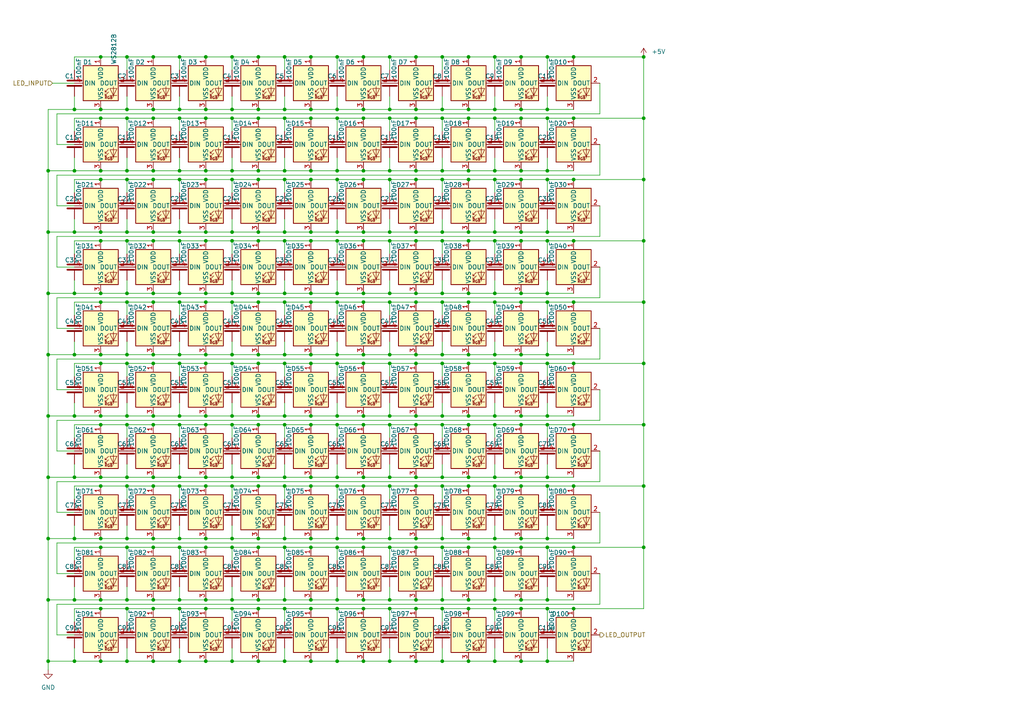
<source format=kicad_sch>
(kicad_sch (version 20250114) (generator "eeschema") (generator_version "9.0")
  (paper "A4")
  (junction (at 105.41 102.87))
  (junction (at 90.17 156.21))
  (junction (at 44.45 158.75))
  (junction (at 105.41 120.65))
  (junction (at 36.83 173.99))
  (junction (at 158.75 69.85))
  (junction (at 158.75 120.65))
  (junction (at 82.55 123.19))
  (junction (at 135.89 140.97))
  (junction (at 67.31 105.41))
  (junction (at 74.93 31.75))
  (junction (at 36.83 31.75))
  (junction (at 105.41 67.31))
  (junction (at 113.03 87.63))
  (junction (at 113.03 52.07))
  (junction (at 143.51 16.51))
  (junction (at 44.45 85.09))
  (junction (at 36.83 138.43))
  (junction (at 82.55 34.29))
  (junction (at 36.83 87.63))
  (junction (at 120.65 140.97))
  (junction (at 29.21 105.41))
  (junction (at 52.07 123.19))
  (junction (at 90.17 191.77))
  (junction (at 151.13 176.53))
  (junction (at 74.93 140.97))
  (junction (at 128.27 156.21))
  (junction (at 82.55 120.65))
  (junction (at 29.21 173.99))
  (junction (at 105.41 156.21))
  (junction (at 128.27 87.63))
  (junction (at 74.93 120.65))
  (junction (at 128.27 67.31))
  (junction (at 59.69 173.99))
  (junction (at 21.59 31.75))
  (junction (at 52.07 176.53))
  (junction (at 44.45 49.53))
  (junction (at 29.21 87.63))
  (junction (at 143.51 31.75))
  (junction (at 143.51 156.21))
  (junction (at 143.51 34.29))
  (junction (at 36.83 156.21))
  (junction (at 13.97 173.99))
  (junction (at 82.55 16.51))
  (junction (at 29.21 140.97))
  (junction (at 67.31 158.75))
  (junction (at 151.13 102.87))
  (junction (at 120.65 176.53))
  (junction (at 135.89 191.77))
  (junction (at 59.69 102.87))
  (junction (at 166.37 16.51))
  (junction (at 97.79 31.75))
  (junction (at 97.79 52.07))
  (junction (at 128.27 69.85))
  (junction (at 52.07 49.53))
  (junction (at 82.55 173.99))
  (junction (at 82.55 140.97))
  (junction (at 105.41 173.99))
  (junction (at 143.51 67.31))
  (junction (at 21.59 49.53))
  (junction (at 82.55 85.09))
  (junction (at 97.79 138.43))
  (junction (at 113.03 138.43))
  (junction (at 74.93 156.21))
  (junction (at 44.45 87.63))
  (junction (at 186.69 87.63))
  (junction (at 158.75 156.21))
  (junction (at 105.41 16.51))
  (junction (at 128.27 173.99))
  (junction (at 52.07 105.41))
  (junction (at 135.89 87.63))
  (junction (at 135.89 156.21))
  (junction (at 90.17 49.53))
  (junction (at 135.89 49.53))
  (junction (at 67.31 176.53))
  (junction (at 13.97 191.77))
  (junction (at 120.65 34.29))
  (junction (at 186.69 123.19))
  (junction (at 113.03 140.97))
  (junction (at 105.41 140.97))
  (junction (at 44.45 31.75))
  (junction (at 113.03 85.09))
  (junction (at 113.03 49.53))
  (junction (at 29.21 156.21))
  (junction (at 158.75 31.75))
  (junction (at 113.03 16.51))
  (junction (at 97.79 34.29))
  (junction (at 74.93 158.75))
  (junction (at 74.93 85.09))
  (junction (at 29.21 67.31))
  (junction (at 36.83 123.19))
  (junction (at 128.27 191.77))
  (junction (at 13.97 138.43))
  (junction (at 21.59 138.43))
  (junction (at 59.69 158.75))
  (junction (at 36.83 105.41))
  (junction (at 128.27 31.75))
  (junction (at 158.75 158.75))
  (junction (at 186.69 16.51))
  (junction (at 105.41 49.53))
  (junction (at 67.31 34.29))
  (junction (at 135.89 85.09))
  (junction (at 67.31 87.63))
  (junction (at 67.31 120.65))
  (junction (at 52.07 173.99))
  (junction (at 13.97 67.31))
  (junction (at 90.17 34.29))
  (junction (at 52.07 140.97))
  (junction (at 82.55 156.21))
  (junction (at 135.89 102.87))
  (junction (at 120.65 138.43))
  (junction (at 74.93 105.41))
  (junction (at 90.17 52.07))
  (junction (at 21.59 67.31))
  (junction (at 166.37 87.63))
  (junction (at 13.97 49.53))
  (junction (at 44.45 123.19))
  (junction (at 59.69 85.09))
  (junction (at 158.75 138.43))
  (junction (at 67.31 138.43))
  (junction (at 186.69 34.29))
  (junction (at 44.45 176.53))
  (junction (at 158.75 67.31))
  (junction (at 158.75 34.29))
  (junction (at 36.83 52.07))
  (junction (at 113.03 176.53))
  (junction (at 120.65 87.63))
  (junction (at 44.45 52.07))
  (junction (at 90.17 105.41))
  (junction (at 67.31 52.07))
  (junction (at 44.45 191.77))
  (junction (at 67.31 140.97))
  (junction (at 97.79 85.09))
  (junction (at 151.13 138.43))
  (junction (at 82.55 52.07))
  (junction (at 21.59 102.87))
  (junction (at 59.69 156.21))
  (junction (at 113.03 173.99))
  (junction (at 151.13 140.97))
  (junction (at 90.17 123.19))
  (junction (at 128.27 158.75))
  (junction (at 21.59 156.21))
  (junction (at 21.59 173.99))
  (junction (at 135.89 69.85))
  (junction (at 29.21 31.75))
  (junction (at 29.21 158.75))
  (junction (at 135.89 105.41))
  (junction (at 105.41 52.07))
  (junction (at 90.17 173.99))
  (junction (at 59.69 31.75))
  (junction (at 120.65 102.87))
  (junction (at 29.21 16.51))
  (junction (at 135.89 123.19))
  (junction (at 90.17 176.53))
  (junction (at 151.13 52.07))
  (junction (at 74.93 16.51))
  (junction (at 186.69 140.97))
  (junction (at 97.79 49.53))
  (junction (at 90.17 140.97))
  (junction (at 90.17 16.51))
  (junction (at 90.17 85.09))
  (junction (at 113.03 158.75))
  (junction (at 44.45 140.97))
  (junction (at 151.13 16.51))
  (junction (at 44.45 173.99))
  (junction (at 82.55 69.85))
  (junction (at 135.89 138.43))
  (junction (at 82.55 191.77))
  (junction (at 97.79 123.19))
  (junction (at 143.51 102.87))
  (junction (at 135.89 176.53))
  (junction (at 120.65 31.75))
  (junction (at 90.17 69.85))
  (junction (at 52.07 31.75))
  (junction (at 105.41 87.63))
  (junction (at 82.55 102.87))
  (junction (at 74.93 191.77))
  (junction (at 105.41 34.29))
  (junction (at 120.65 67.31))
  (junction (at 158.75 52.07))
  (junction (at 74.93 176.53))
  (junction (at 120.65 16.51))
  (junction (at 151.13 69.85))
  (junction (at 13.97 120.65))
  (junction (at 59.69 67.31))
  (junction (at 36.83 176.53))
  (junction (at 36.83 69.85))
  (junction (at 44.45 69.85))
  (junction (at 113.03 123.19))
  (junction (at 158.75 176.53))
  (junction (at 151.13 87.63))
  (junction (at 120.65 49.53))
  (junction (at 36.83 34.29))
  (junction (at 135.89 67.31))
  (junction (at 143.51 120.65))
  (junction (at 166.37 34.29))
  (junction (at 166.37 123.19))
  (junction (at 90.17 158.75))
  (junction (at 113.03 67.31))
  (junction (at 158.75 191.77))
  (junction (at 59.69 140.97))
  (junction (at 113.03 34.29))
  (junction (at 52.07 102.87))
  (junction (at 120.65 52.07))
  (junction (at 143.51 52.07))
  (junction (at 52.07 158.75))
  (junction (at 74.93 34.29))
  (junction (at 143.51 123.19))
  (junction (at 59.69 105.41))
  (junction (at 166.37 52.07))
  (junction (at 29.21 176.53))
  (junction (at 67.31 156.21))
  (junction (at 36.83 49.53))
  (junction (at 151.13 34.29))
  (junction (at 74.93 123.19))
  (junction (at 67.31 191.77))
  (junction (at 151.13 156.21))
  (junction (at 44.45 34.29))
  (junction (at 36.83 85.09))
  (junction (at 113.03 102.87))
  (junction (at 36.83 102.87))
  (junction (at 158.75 87.63))
  (junction (at 158.75 105.41))
  (junction (at 105.41 69.85))
  (junction (at 128.27 85.09))
  (junction (at 158.75 85.09))
  (junction (at 59.69 69.85))
  (junction (at 105.41 105.41))
  (junction (at 166.37 105.41))
  (junction (at 120.65 123.19))
  (junction (at 59.69 52.07))
  (junction (at 158.75 49.53))
  (junction (at 143.51 69.85))
  (junction (at 21.59 120.65))
  (junction (at 90.17 120.65))
  (junction (at 44.45 105.41))
  (junction (at 29.21 34.29))
  (junction (at 143.51 158.75))
  (junction (at 186.69 158.75))
  (junction (at 36.83 67.31))
  (junction (at 128.27 140.97))
  (junction (at 128.27 123.19))
  (junction (at 97.79 176.53))
  (junction (at 143.51 105.41))
  (junction (at 151.13 158.75))
  (junction (at 90.17 138.43))
  (junction (at 143.51 176.53))
  (junction (at 120.65 156.21))
  (junction (at 143.51 138.43))
  (junction (at 67.31 16.51))
  (junction (at 74.93 49.53))
  (junction (at 151.13 31.75))
  (junction (at 135.89 120.65))
  (junction (at 97.79 105.41))
  (junction (at 186.69 69.85))
  (junction (at 36.83 158.75))
  (junction (at 120.65 69.85))
  (junction (at 29.21 85.09))
  (junction (at 97.79 120.65))
  (junction (at 59.69 123.19))
  (junction (at 135.89 16.51))
  (junction (at 128.27 138.43))
  (junction (at 59.69 87.63))
  (junction (at 151.13 49.53))
  (junction (at 143.51 173.99))
  (junction (at 120.65 85.09))
  (junction (at 105.41 85.09))
  (junction (at 82.55 105.41))
  (junction (at 158.75 173.99))
  (junction (at 74.93 138.43))
  (junction (at 59.69 120.65))
  (junction (at 135.89 173.99))
  (junction (at 97.79 158.75))
  (junction (at 97.79 102.87))
  (junction (at 52.07 85.09))
  (junction (at 151.13 191.77))
  (junction (at 67.31 85.09))
  (junction (at 36.83 120.65))
  (junction (at 44.45 102.87))
  (junction (at 97.79 140.97))
  (junction (at 105.41 176.53))
  (junction (at 151.13 120.65))
  (junction (at 143.51 49.53))
  (junction (at 67.31 69.85))
  (junction (at 36.83 16.51))
  (junction (at 143.51 85.09))
  (junction (at 97.79 67.31))
  (junction (at 166.37 176.53))
  (junction (at 113.03 105.41))
  (junction (at 105.41 158.75))
  (junction (at 44.45 16.51))
  (junction (at 90.17 102.87))
  (junction (at 82.55 138.43))
  (junction (at 74.93 102.87))
  (junction (at 67.31 67.31))
  (junction (at 29.21 52.07))
  (junction (at 151.13 105.41))
  (junction (at 135.89 158.75))
  (junction (at 113.03 120.65))
  (junction (at 97.79 156.21))
  (junction (at 44.45 120.65))
  (junction (at 135.89 52.07))
  (junction (at 59.69 138.43))
  (junction (at 128.27 176.53))
  (junction (at 113.03 31.75))
  (junction (at 52.07 16.51))
  (junction (at 90.17 31.75))
  (junction (at 128.27 52.07))
  (junction (at 52.07 67.31))
  (junction (at 113.03 69.85))
  (junction (at 186.69 105.41))
  (junction (at 29.21 102.87))
  (junction (at 82.55 31.75))
  (junction (at 82.55 176.53))
  (junction (at 82.55 67.31))
  (junction (at 44.45 138.43))
  (junction (at 120.65 158.75))
  (junction (at 13.97 85.09))
  (junction (at 151.13 173.99))
  (junction (at 90.17 67.31))
  (junction (at 97.79 87.63))
  (junction (at 74.93 69.85))
  (junction (at 13.97 156.21))
  (junction (at 97.79 69.85))
  (junction (at 82.55 49.53))
  (junction (at 158.75 102.87))
  (junction (at 52.07 156.21))
  (junction (at 21.59 85.09))
  (junction (at 74.93 67.31))
  (junction (at 52.07 120.65))
  (junction (at 158.75 16.51))
  (junction (at 128.27 34.29))
  (junction (at 128.27 105.41))
  (junction (at 97.79 173.99))
  (junction (at 52.07 52.07))
  (junction (at 166.37 158.75))
  (junction (at 105.41 138.43))
  (junction (at 158.75 140.97))
  (junction (at 120.65 105.41))
  (junction (at 128.27 16.51))
  (junction (at 13.97 102.87))
  (junction (at 128.27 49.53))
  (junction (at 59.69 34.29))
  (junction (at 67.31 173.99))
  (junction (at 36.83 191.77))
  (junction (at 120.65 173.99))
  (junction (at 82.55 158.75))
  (junction (at 128.27 102.87))
  (junction (at 143.51 191.77))
  (junction (at 29.21 191.77))
  (junction (at 186.69 52.07))
  (junction (at 59.69 191.77))
  (junction (at 52.07 69.85))
  (junction (at 67.31 31.75))
  (junction (at 52.07 191.77))
  (junction (at 151.13 67.31))
  (junction (at 67.31 123.19))
  (junction (at 143.51 87.63))
  (junction (at 44.45 67.31))
  (junction (at 59.69 49.53))
  (junction (at 29.21 120.65))
  (junction (at 151.13 85.09))
  (junction (at 113.03 191.77))
  (junction (at 52.07 87.63))
  (junction (at 105.41 31.75))
  (junction (at 21.59 191.77))
  (junction (at 29.21 69.85))
  (junction (at 29.21 123.19))
  (junction (at 128.27 120.65))
  (junction (at 74.93 87.63))
  (junction (at 82.55 87.63))
  (junction (at 143.51 140.97))
  (junction (at 97.79 191.77))
  (junction (at 52.07 138.43))
  (junction (at 135.89 31.75))
  (junction (at 74.93 173.99))
  (junction (at 97.79 16.51))
  (junction (at 52.07 34.29))
  (junction (at 105.41 123.19))
  (junction (at 74.93 52.07))
  (junction (at 158.75 123.19))
  (junction (at 151.13 123.19))
  (junction (at 67.31 49.53))
  (junction (at 44.45 156.21))
  (junction (at 59.69 176.53))
  (junction (at 120.65 191.77))
  (junction (at 166.37 69.85))
  (junction (at 29.21 138.43))
  (junction (at 29.21 49.53))
  (junction (at 120.65 120.65))
  (junction (at 90.17 87.63))
  (junction (at 36.83 140.97))
  (junction (at 113.03 156.21))
  (junction (at 59.69 16.51))
  (junction (at 135.89 34.29))
  (junction (at 67.31 102.87))
  (junction (at 166.37 140.97))
  (junction (at 105.41 191.77))
  (wire (pts (xy 52.07 67.31) (xy 59.69 67.31)))
  (wire (pts (xy 36.83 16.51) (xy 36.83 20.32)))
  (wire (pts (xy 59.69 31.75) (xy 67.31 31.75)))
  (wire (pts (xy 158.75 173.99) (xy 166.37 173.99)))
  (wire (pts (xy 128.27 173.99) (xy 135.89 173.99)))
  (wire (pts (xy 97.79 34.29) (xy 97.79 38.1)))
  (wire (pts (xy 151.13 123.19) (xy 158.75 123.19)))
  (wire (pts (xy 128.27 16.51) (xy 135.89 16.51)))
  (wire (pts (xy 113.03 69.85) (xy 120.65 69.85)))
  (wire (pts (xy 113.03 34.29) (xy 113.03 38.1)))
  (wire (pts (xy 82.55 16.51) (xy 90.17 16.51)))
  (wire (pts (xy 52.07 105.41) (xy 59.69 105.41)))
  (wire (pts (xy 52.07 31.75) (xy 59.69 31.75)))
  (wire (pts (xy 128.27 16.51) (xy 128.27 20.32)))
  (wire (pts (xy 52.07 173.99) (xy 52.07 170.18)))
  (wire (pts (xy 90.17 191.77) (xy 97.79 191.77)))
  (wire (pts (xy 158.75 191.77) (xy 158.75 187.96)))
  (wire (pts (xy 16.51 59.69) (xy 21.59 59.69)))
  (wire (pts (xy 158.75 49.53) (xy 158.75 45.72)))
  (wire (pts (xy 36.83 16.51) (xy 44.45 16.51)))
  (wire (pts (xy 158.75 120.65) (xy 158.75 116.84)))
  (wire (pts (xy 21.59 67.31) (xy 21.59 63.5)))
  (wire (pts (xy 143.51 102.87) (xy 151.13 102.87)))
  (wire (pts (xy 13.97 120.65) (xy 13.97 138.43)))
  (wire (pts (xy 82.55 69.85) (xy 90.17 69.85)))
  (wire (pts (xy 135.89 67.31) (xy 143.51 67.31)))
  (wire (pts (xy 59.69 138.43) (xy 67.31 138.43)))
  (wire (pts (xy 82.55 173.99) (xy 90.17 173.99)))
  (wire (pts (xy 67.31 120.65) (xy 67.31 116.84)))
  (wire (pts (xy 173.99 113.03) (xy 173.99 121.92)))
  (wire (pts (xy 113.03 102.87) (xy 113.03 99.06)))
  (wire (pts (xy 158.75 138.43) (xy 158.75 134.62)))
  (wire (pts (xy 52.07 123.19) (xy 59.69 123.19)))
  (wire (pts (xy 143.51 49.53) (xy 143.51 45.72)))
  (wire (pts (xy 97.79 191.77) (xy 97.79 187.96)))
  (wire (pts (xy 36.83 120.65) (xy 36.83 116.84)))
  (wire (pts (xy 143.51 176.53) (xy 151.13 176.53)))
  (wire (pts (xy 67.31 52.07) (xy 67.31 55.88)))
  (wire (pts (xy 52.07 158.75) (xy 52.07 162.56)))
  (wire (pts (xy 90.17 34.29) (xy 97.79 34.29)))
  (wire (pts (xy 52.07 191.77) (xy 52.07 187.96)))
  (wire (pts (xy 90.17 67.31) (xy 97.79 67.31)))
  (wire (pts (xy 74.93 52.07) (xy 82.55 52.07)))
  (wire (pts (xy 29.21 105.41) (xy 36.83 105.41)))
  (wire (pts (xy 16.51 41.91) (xy 21.59 41.91)))
  (wire (pts (xy 97.79 158.75) (xy 97.79 162.56)))
  (wire (pts (xy 13.97 173.99) (xy 13.97 191.77)))
  (wire (pts (xy 113.03 105.41) (xy 113.03 109.22)))
  (wire (pts (xy 16.51 104.14) (xy 16.51 113.03)))
  (wire (pts (xy 97.79 87.63) (xy 105.41 87.63)))
  (wire (pts (xy 97.79 31.75) (xy 97.79 27.94)))
  (wire (pts (xy 143.51 52.07) (xy 143.51 55.88)))
  (wire (pts (xy 113.03 123.19) (xy 113.03 127)))
  (wire (pts (xy 36.83 156.21) (xy 36.83 152.4)))
  (wire (pts (xy 82.55 69.85) (xy 82.55 73.66)))
  (wire (pts (xy 158.75 34.29) (xy 158.75 38.1)))
  (wire (pts (xy 90.17 123.19) (xy 97.79 123.19)))
  (wire (pts (xy 67.31 16.51) (xy 67.31 20.32)))
  (wire (pts (xy 151.13 173.99) (xy 158.75 173.99)))
  (wire (pts (xy 97.79 87.63) (xy 97.79 91.44)))
  (wire (pts (xy 120.65 69.85) (xy 128.27 69.85)))
  (wire (pts (xy 151.13 105.41) (xy 158.75 105.41)))
  (wire (pts (xy 82.55 158.75) (xy 90.17 158.75)))
  (wire (pts (xy 120.65 87.63) (xy 128.27 87.63)))
  (wire (pts (xy 90.17 120.65) (xy 97.79 120.65)))
  (wire (pts (xy 90.17 173.99) (xy 97.79 173.99)))
  (wire (pts (xy 21.59 120.65) (xy 29.21 120.65)))
  (wire (pts (xy 21.59 105.41) (xy 21.59 109.22)))
  (wire (pts (xy 67.31 105.41) (xy 67.31 109.22)))
  (wire (pts (xy 128.27 52.07) (xy 135.89 52.07)))
  (wire (pts (xy 29.21 140.97) (xy 36.83 140.97)))
  (wire (pts (xy 151.13 102.87) (xy 158.75 102.87)))
  (wire (pts (xy 44.45 16.51) (xy 52.07 16.51)))
  (wire (pts (xy 36.83 120.65) (xy 44.45 120.65)))
  (wire (pts (xy 74.93 156.21) (xy 82.55 156.21)))
  (wire (pts (xy 173.99 24.13) (xy 173.99 33.02)))
  (wire (pts (xy 113.03 176.53) (xy 113.03 180.34)))
  (wire (pts (xy 82.55 52.07) (xy 82.55 55.88)))
  (wire (pts (xy 113.03 173.99) (xy 120.65 173.99)))
  (wire (pts (xy 151.13 158.75) (xy 158.75 158.75)))
  (wire (pts (xy 36.83 140.97) (xy 36.83 144.78)))
  (wire (pts (xy 36.83 31.75) (xy 36.83 27.94)))
  (wire (pts (xy 128.27 120.65) (xy 135.89 120.65)))
  (wire (pts (xy 67.31 140.97) (xy 67.31 144.78)))
  (wire (pts (xy 67.31 158.75) (xy 74.93 158.75)))
  (wire (pts (xy 82.55 138.43) (xy 82.55 134.62)))
  (wire (pts (xy 21.59 158.75) (xy 29.21 158.75)))
  (wire (pts (xy 128.27 105.41) (xy 135.89 105.41)))
  (wire (pts (xy 105.41 123.19) (xy 113.03 123.19)))
  (wire (pts (xy 135.89 52.07) (xy 143.51 52.07)))
  (wire (pts (xy 143.51 87.63) (xy 143.51 91.44)))
  (wire (pts (xy 90.17 52.07) (xy 97.79 52.07)))
  (wire (pts (xy 158.75 120.65) (xy 166.37 120.65)))
  (wire (pts (xy 21.59 176.53) (xy 21.59 180.34)))
  (wire (pts (xy 105.41 34.29) (xy 113.03 34.29)))
  (wire (pts (xy 97.79 85.09) (xy 97.79 81.28)))
  (wire (pts (xy 143.51 138.43) (xy 143.51 134.62)))
  (wire (pts (xy 21.59 31.75) (xy 13.97 31.75)))
  (wire (pts (xy 143.51 52.07) (xy 151.13 52.07)))
  (wire (pts (xy 113.03 85.09) (xy 113.03 81.28)))
  (wire (pts (xy 158.75 158.75) (xy 158.75 162.56)))
  (wire (pts (xy 158.75 49.53) (xy 166.37 49.53)))
  (wire (pts (xy 97.79 158.75) (xy 105.41 158.75)))
  (wire (pts (xy 82.55 85.09) (xy 90.17 85.09)))
  (wire (pts (xy 90.17 85.09) (xy 97.79 85.09)))
  (wire (pts (xy 128.27 69.85) (xy 128.27 73.66)))
  (wire (pts (xy 67.31 138.43) (xy 74.93 138.43)))
  (wire (pts (xy 143.51 138.43) (xy 151.13 138.43)))
  (wire (pts (xy 36.83 67.31) (xy 36.83 63.5)))
  (wire (pts (xy 97.79 140.97) (xy 97.79 144.78)))
  (wire (pts (xy 67.31 34.29) (xy 74.93 34.29)))
  (wire (pts (xy 52.07 156.21) (xy 52.07 152.4)))
  (wire (pts (xy 52.07 138.43) (xy 59.69 138.43)))
  (wire (pts (xy 113.03 87.63) (xy 120.65 87.63)))
  (wire (pts (xy 120.65 176.53) (xy 128.27 176.53)))
  (wire (pts (xy 74.93 16.51) (xy 82.55 16.51)))
  (wire (pts (xy 113.03 85.09) (xy 120.65 85.09)))
  (wire (pts (xy 143.51 49.53) (xy 151.13 49.53)))
  (wire (pts (xy 151.13 85.09) (xy 158.75 85.09)))
  (wire (pts (xy 120.65 156.21) (xy 128.27 156.21)))
  (wire (pts (xy 128.27 156.21) (xy 135.89 156.21)))
  (wire (pts (xy 16.51 175.26) (xy 16.51 184.15)))
  (wire (pts (xy 97.79 34.29) (xy 105.41 34.29)))
  (wire (pts (xy 173.99 130.81) (xy 173.99 139.7)))
  (wire (pts (xy 128.27 34.29) (xy 128.27 38.1)))
  (wire (pts (xy 143.51 31.75) (xy 151.13 31.75)))
  (wire (pts (xy 143.51 120.65) (xy 143.51 116.84)))
  (wire (pts (xy 128.27 123.19) (xy 135.89 123.19)))
  (wire (pts (xy 15.24 24.13) (xy 21.59 24.13)))
  (wire (pts (xy 67.31 49.53) (xy 74.93 49.53)))
  (wire (pts (xy 128.27 176.53) (xy 128.27 180.34)))
  (wire (pts (xy 158.75 67.31) (xy 158.75 63.5)))
  (wire (pts (xy 135.89 173.99) (xy 143.51 173.99)))
  (wire (pts (xy 44.45 85.09) (xy 52.07 85.09)))
  (wire (pts (xy 52.07 52.07) (xy 52.07 55.88)))
  (wire (pts (xy 166.37 176.53) (xy 186.69 176.53)))
  (wire (pts (xy 143.51 191.77) (xy 151.13 191.77)))
  (wire (pts (xy 52.07 102.87) (xy 52.07 99.06)))
  (wire (pts (xy 128.27 34.29) (xy 135.89 34.29)))
  (wire (pts (xy 166.37 140.97) (xy 186.69 140.97)))
  (wire (pts (xy 158.75 158.75) (xy 166.37 158.75)))
  (wire (pts (xy 52.07 69.85) (xy 59.69 69.85)))
  (wire (pts (xy 67.31 173.99) (xy 74.93 173.99)))
  (wire (pts (xy 128.27 49.53) (xy 135.89 49.53)))
  (wire (pts (xy 74.93 31.75) (xy 82.55 31.75)))
  (wire (pts (xy 36.83 87.63) (xy 36.83 91.44)))
  (wire (pts (xy 67.31 158.75) (xy 67.31 162.56)))
  (wire (pts (xy 113.03 105.41) (xy 120.65 105.41)))
  (wire (pts (xy 97.79 176.53) (xy 105.41 176.53)))
  (wire (pts (xy 186.69 34.29) (xy 186.69 16.51)))
  (wire (pts (xy 158.75 87.63) (xy 158.75 91.44)))
  (wire (pts (xy 13.97 138.43) (xy 21.59 138.43)))
  (wire (pts (xy 135.89 120.65) (xy 143.51 120.65)))
  (wire (pts (xy 59.69 67.31) (xy 67.31 67.31)))
  (wire (pts (xy 128.27 69.85) (xy 135.89 69.85)))
  (wire (pts (xy 97.79 191.77) (xy 105.41 191.77)))
  (wire (pts (xy 13.97 85.09) (xy 13.97 102.87)))
  (wire (pts (xy 105.41 67.31) (xy 113.03 67.31)))
  (wire (pts (xy 143.51 102.87) (xy 143.51 99.06)))
  (wire (pts (xy 82.55 102.87) (xy 90.17 102.87)))
  (wire (pts (xy 52.07 52.07) (xy 59.69 52.07)))
  (wire (pts (xy 67.31 67.31) (xy 74.93 67.31)))
  (wire (pts (xy 82.55 49.53) (xy 82.55 45.72)))
  (wire (pts (xy 82.55 102.87) (xy 82.55 99.06)))
  (wire (pts (xy 158.75 85.09) (xy 158.75 81.28)))
  (wire (pts (xy 44.45 49.53) (xy 52.07 49.53)))
  (wire (pts (xy 97.79 49.53) (xy 105.41 49.53)))
  (wire (pts (xy 143.51 156.21) (xy 143.51 152.4)))
  (wire (pts (xy 29.21 34.29) (xy 36.83 34.29)))
  (wire (pts (xy 143.51 158.75) (xy 143.51 162.56)))
  (wire (pts (xy 16.51 68.58) (xy 16.51 77.47)))
  (wire (pts (xy 36.83 173.99) (xy 44.45 173.99)))
  (wire (pts (xy 36.83 191.77) (xy 36.83 187.96)))
  (wire (pts (xy 173.99 157.48) (xy 16.51 157.48)))
  (wire (pts (xy 21.59 85.09) (xy 21.59 81.28)))
  (wire (pts (xy 128.27 191.77) (xy 128.27 187.96)))
  (wire (pts (xy 36.83 105.41) (xy 36.83 109.22)))
  (wire (pts (xy 82.55 156.21) (xy 82.55 152.4)))
  (wire (pts (xy 97.79 138.43) (xy 97.79 134.62)))
  (wire (pts (xy 128.27 85.09) (xy 128.27 81.28)))
  (wire (pts (xy 36.83 85.09) (xy 36.83 81.28)))
  (wire (pts (xy 113.03 123.19) (xy 120.65 123.19)))
  (wire (pts (xy 97.79 69.85) (xy 97.79 73.66)))
  (wire (pts (xy 67.31 87.63) (xy 74.93 87.63)))
  (wire (pts (xy 82.55 34.29) (xy 82.55 38.1)))
  (wire (pts (xy 158.75 69.85) (xy 166.37 69.85)))
  (wire (pts (xy 90.17 138.43) (xy 97.79 138.43)))
  (wire (pts (xy 29.21 173.99) (xy 36.83 173.99)))
  (wire (pts (xy 186.69 123.19) (xy 186.69 105.41)))
  (wire (pts (xy 21.59 156.21) (xy 29.21 156.21)))
  (wire (pts (xy 36.83 123.19) (xy 44.45 123.19)))
  (wire (pts (xy 151.13 140.97) (xy 158.75 140.97)))
  (wire (pts (xy 13.97 156.21) (xy 13.97 173.99)))
  (wire (pts (xy 29.21 120.65) (xy 36.83 120.65)))
  (wire (pts (xy 82.55 173.99) (xy 82.55 170.18)))
  (wire (pts (xy 143.51 140.97) (xy 151.13 140.97)))
  (wire (pts (xy 158.75 102.87) (xy 158.75 99.06)))
  (wire (pts (xy 44.45 69.85) (xy 52.07 69.85)))
  (wire (pts (xy 44.45 156.21) (xy 52.07 156.21)))
  (wire (pts (xy 113.03 158.75) (xy 113.03 162.56)))
  (wire (pts (xy 21.59 49.53) (xy 21.59 45.72)))
  (wire (pts (xy 16.51 184.15) (xy 21.59 184.15)))
  (wire (pts (xy 36.83 138.43) (xy 36.83 134.62)))
  (wire (pts (xy 173.99 50.8) (xy 16.51 50.8)))
  (wire (pts (xy 36.83 49.53) (xy 36.83 45.72)))
  (wire (pts (xy 158.75 102.87) (xy 166.37 102.87)))
  (wire (pts (xy 82.55 156.21) (xy 90.17 156.21)))
  (wire (pts (xy 90.17 140.97) (xy 97.79 140.97)))
  (wire (pts (xy 173.99 166.37) (xy 173.99 175.26)))
  (wire (pts (xy 16.51 77.47) (xy 21.59 77.47)))
  (wire (pts (xy 13.97 102.87) (xy 21.59 102.87)))
  (wire (pts (xy 97.79 16.51) (xy 105.41 16.51)))
  (wire (pts (xy 97.79 176.53) (xy 97.79 180.34)))
  (wire (pts (xy 21.59 87.63) (xy 21.59 91.44)))
  (wire (pts (xy 36.83 105.41) (xy 44.45 105.41)))
  (wire (pts (xy 113.03 158.75) (xy 120.65 158.75)))
  (wire (pts (xy 166.37 123.19) (xy 186.69 123.19)))
  (wire (pts (xy 135.89 140.97) (xy 143.51 140.97)))
  (wire (pts (xy 59.69 140.97) (xy 67.31 140.97)))
  (wire (pts (xy 128.27 87.63) (xy 135.89 87.63)))
  (wire (pts (xy 36.83 173.99) (xy 36.83 170.18)))
  (wire (pts (xy 52.07 49.53) (xy 59.69 49.53)))
  (wire (pts (xy 21.59 138.43) (xy 29.21 138.43)))
  (wire (pts (xy 36.83 158.75) (xy 36.83 162.56)))
  (wire (pts (xy 186.69 16.51) (xy 166.37 16.51)))
  (wire (pts (xy 82.55 176.53) (xy 90.17 176.53)))
  (wire (pts (xy 52.07 31.75) (xy 52.07 27.94)))
  (wire (pts (xy 13.97 102.87) (xy 13.97 120.65)))
  (wire (pts (xy 128.27 191.77) (xy 135.89 191.77)))
  (wire (pts (xy 158.75 176.53) (xy 166.37 176.53)))
  (wire (pts (xy 105.41 138.43) (xy 113.03 138.43)))
  (wire (pts (xy 29.21 105.41) (xy 21.59 105.41)))
  (wire (pts (xy 105.41 69.85) (xy 113.03 69.85)))
  (wire (pts (xy 120.65 34.29) (xy 128.27 34.29)))
  (wire (pts (xy 36.83 191.77) (xy 44.45 191.77)))
  (wire (pts (xy 128.27 67.31) (xy 128.27 63.5)))
  (wire (pts (xy 173.99 59.69) (xy 173.99 68.58)))
  (wire (pts (xy 113.03 67.31) (xy 113.03 63.5)))
  (wire (pts (xy 143.51 69.85) (xy 151.13 69.85)))
  (wire (pts (xy 105.41 176.53) (xy 113.03 176.53)))
  (wire (pts (xy 151.13 67.31) (xy 158.75 67.31)))
  (wire (pts (xy 135.89 85.09) (xy 143.51 85.09)))
  (wire (pts (xy 82.55 105.41) (xy 82.55 109.22)))
  (wire (pts (xy 82.55 85.09) (xy 82.55 81.28)))
  (wire (pts (xy 36.83 52.07) (xy 44.45 52.07)))
  (wire (pts (xy 74.93 67.31) (xy 82.55 67.31)))
  (wire (pts (xy 52.07 105.41) (xy 52.07 109.22)))
  (wire (pts (xy 113.03 140.97) (xy 120.65 140.97)))
  (wire (pts (xy 29.21 191.77) (xy 36.83 191.77)))
  (wire (pts (xy 90.17 69.85) (xy 97.79 69.85)))
  (wire (pts (xy 36.83 140.97) (xy 44.45 140.97)))
  (wire (pts (xy 16.51 113.03) (xy 21.59 113.03)))
  (wire (pts (xy 67.31 34.29) (xy 67.31 38.1)))
  (wire (pts (xy 21.59 123.19) (xy 21.59 127)))
  (wire (pts (xy 158.75 31.75) (xy 158.75 27.94)))
  (wire (pts (xy 173.99 175.26) (xy 16.51 175.26)))
  (wire (pts (xy 135.89 105.41) (xy 143.51 105.41)))
  (wire (pts (xy 113.03 52.07) (xy 113.03 55.88)))
  (wire (pts (xy 21.59 140.97) (xy 29.21 140.97)))
  (wire (pts (xy 82.55 52.07) (xy 90.17 52.07)))
  (wire (pts (xy 97.79 102.87) (xy 97.79 99.06)))
  (wire (pts (xy 186.69 140.97) (xy 186.69 123.19)))
  (wire (pts (xy 52.07 138.43) (xy 52.07 134.62)))
  (wire (pts (xy 74.93 102.87) (xy 82.55 102.87)))
  (wire (pts (xy 67.31 31.75) (xy 74.93 31.75)))
  (wire (pts (xy 52.07 120.65) (xy 59.69 120.65)))
  (wire (pts (xy 105.41 156.21) (xy 113.03 156.21)))
  (wire (pts (xy 135.89 138.43) (xy 143.51 138.43)))
  (wire (pts (xy 105.41 16.51) (xy 113.03 16.51)))
  (wire (pts (xy 158.75 52.07) (xy 166.37 52.07)))
  (wire (pts (xy 97.79 138.43) (xy 105.41 138.43)))
  (wire (pts (xy 44.45 191.77) (xy 52.07 191.77)))
  (wire (pts (xy 166.37 52.07) (xy 186.69 52.07)))
  (wire (pts (xy 21.59 31.75) (xy 29.21 31.75)))
  (wire (pts (xy 67.31 85.09) (xy 74.93 85.09)))
  (wire (pts (xy 29.21 69.85) (xy 21.59 69.85)))
  (wire (pts (xy 143.51 123.19) (xy 151.13 123.19)))
  (wire (pts (xy 29.21 85.09) (xy 36.83 85.09)))
  (wire (pts (xy 59.69 158.75) (xy 67.31 158.75)))
  (wire (pts (xy 21.59 69.85) (xy 21.59 73.66)))
  (wire (pts (xy 128.27 158.75) (xy 135.89 158.75)))
  (wire (pts (xy 135.89 16.51) (xy 143.51 16.51)))
  (wire (pts (xy 21.59 52.07) (xy 29.21 52.07)))
  (wire (pts (xy 113.03 52.07) (xy 120.65 52.07)))
  (wire (pts (xy 29.21 16.51) (xy 21.59 16.51)))
  (wire (pts (xy 120.65 191.77) (xy 128.27 191.77)))
  (wire (pts (xy 173.99 95.25) (xy 173.99 104.14)))
  (wire (pts (xy 44.45 158.75) (xy 52.07 158.75)))
  (wire (pts (xy 120.65 173.99) (xy 128.27 173.99)))
  (wire (pts (xy 82.55 67.31) (xy 82.55 63.5)))
  (wire (pts (xy 128.27 173.99) (xy 128.27 170.18)))
  (wire (pts (xy 151.13 120.65) (xy 158.75 120.65)))
  (wire (pts (xy 29.21 176.53) (xy 36.83 176.53)))
  (wire (pts (xy 113.03 34.29) (xy 120.65 34.29)))
  (wire (pts (xy 143.51 87.63) (xy 151.13 87.63)))
  (wire (pts (xy 82.55 120.65) (xy 82.55 116.84)))
  (wire (pts (xy 120.65 120.65) (xy 128.27 120.65)))
  (wire (pts (xy 36.83 52.07) (xy 36.83 55.88)))
  (wire (pts (xy 151.13 191.77) (xy 158.75 191.77)))
  (wire (pts (xy 67.31 49.53) (xy 67.31 45.72)))
  (wire (pts (xy 67.31 173.99) (xy 67.31 170.18)))
  (wire (pts (xy 151.13 52.07) (xy 158.75 52.07)))
  (wire (pts (xy 36.83 87.63) (xy 44.45 87.63)))
  (wire (pts (xy 44.45 102.87) (xy 52.07 102.87)))
  (wire (pts (xy 135.89 102.87) (xy 143.51 102.87)))
  (wire (pts (xy 158.75 123.19) (xy 158.75 127)))
  (wire (pts (xy 135.89 49.53) (xy 143.51 49.53)))
  (wire (pts (xy 120.65 158.75) (xy 128.27 158.75)))
  (wire (pts (xy 166.37 158.75) (xy 186.69 158.75)))
  (wire (pts (xy 97.79 156.21) (xy 97.79 152.4)))
  (wire (pts (xy 52.07 34.29) (xy 52.07 38.1)))
  (wire (pts (xy 166.37 69.85) (xy 186.69 69.85)))
  (wire (pts (xy 128.27 123.19) (xy 128.27 127)))
  (wire (pts (xy 67.31 123.19) (xy 67.31 127)))
  (wire (pts (xy 113.03 16.51) (xy 113.03 20.32)))
  (wire (pts (xy 105.41 85.09) (xy 113.03 85.09)))
  (wire (pts (xy 16.51 50.8) (xy 16.51 59.69)))
  (wire (pts (xy 97.79 105.41) (xy 105.41 105.41)))
  (wire (pts (xy 67.31 16.51) (xy 74.93 16.51)))
  (wire (pts (xy 29.21 31.75) (xy 36.83 31.75)))
  (wire (pts (xy 52.07 34.29) (xy 59.69 34.29)))
  (wire (pts (xy 143.51 123.19) (xy 143.51 127)))
  (wire (pts (xy 97.79 156.21) (xy 105.41 156.21)))
  (wire (pts (xy 120.65 52.07) (xy 128.27 52.07)))
  (wire (pts (xy 82.55 34.29) (xy 90.17 34.29)))
  (wire (pts (xy 120.65 85.09) (xy 128.27 85.09)))
  (wire (pts (xy 36.83 49.53) (xy 44.45 49.53)))
  (wire (pts (xy 97.79 16.51) (xy 97.79 20.32)))
  (wire (pts (xy 186.69 52.07) (xy 186.69 34.29)))
  (wire (pts (xy 105.41 102.87) (xy 113.03 102.87)))
  (wire (pts (xy 143.51 67.31) (xy 143.51 63.5)))
  (wire (pts (xy 29.21 158.75) (xy 36.83 158.75)))
  (wire (pts (xy 97.79 140.97) (xy 105.41 140.97)))
  (wire (pts (xy 173.99 68.58) (xy 16.51 68.58)))
  (wire (pts (xy 74.93 87.63) (xy 82.55 87.63)))
  (wire (pts (xy 21.59 176.53) (xy 29.21 176.53)))
  (wire (pts (xy 74.93 173.99) (xy 82.55 173.99)))
  (wire (pts (xy 82.55 140.97) (xy 90.17 140.97)))
  (wire (pts (xy 82.55 158.75) (xy 82.55 162.56)))
  (wire (pts (xy 82.55 49.53) (xy 90.17 49.53)))
  (wire (pts (xy 82.55 16.51) (xy 82.55 20.32)))
  (wire (pts (xy 97.79 67.31) (xy 97.79 63.5)))
  (wire (pts (xy 16.51 139.7) (xy 16.51 148.59)))
  (wire (pts (xy 13.97 156.21) (xy 21.59 156.21)))
  (wire (pts (xy 36.83 156.21) (xy 44.45 156.21)))
  (wire (pts (xy 29.21 34.29) (xy 21.59 34.29)))
  (wire (pts (xy 166.37 105.41) (xy 186.69 105.41)))
  (wire (pts (xy 113.03 49.53) (xy 113.03 45.72)))
  (wire (pts (xy 21.59 34.29) (xy 21.59 38.1)))
  (wire (pts (xy 113.03 49.53) (xy 120.65 49.53)))
  (wire (pts (xy 135.89 69.85) (xy 143.51 69.85)))
  (wire (pts (xy 113.03 138.43) (xy 120.65 138.43)))
  (wire (pts (xy 36.83 102.87) (xy 44.45 102.87)))
  (wire (pts (xy 59.69 123.19) (xy 67.31 123.19)))
  (wire (pts (xy 44.45 67.31) (xy 52.07 67.31)))
  (wire (pts (xy 52.07 102.87) (xy 59.69 102.87)))
  (wire (pts (xy 59.69 102.87) (xy 67.31 102.87)))
  (wire (pts (xy 16.51 130.81) (xy 21.59 130.81)))
  (wire (pts (xy 113.03 173.99) (xy 113.03 170.18)))
  (wire (pts (xy 13.97 49.53) (xy 21.59 49.53)))
  (wire (pts (xy 16.51 166.37) (xy 21.59 166.37)))
  (wire (pts (xy 128.27 49.53) (xy 128.27 45.72)))
  (wire (pts (xy 158.75 156.21) (xy 166.37 156.21)))
  (wire (pts (xy 21.59 138.43) (xy 21.59 134.62)))
  (wire (pts (xy 173.99 104.14) (xy 16.51 104.14)))
  (wire (pts (xy 52.07 85.09) (xy 52.07 81.28)))
  (wire (pts (xy 52.07 16.51) (xy 59.69 16.51)))
  (wire (pts (xy 158.75 105.41) (xy 166.37 105.41)))
  (wire (pts (xy 29.21 87.63) (xy 36.83 87.63)))
  (wire (pts (xy 52.07 87.63) (xy 59.69 87.63)))
  (wire (pts (xy 97.79 31.75) (xy 105.41 31.75)))
  (wire (pts (xy 67.31 120.65) (xy 74.93 120.65)))
  (wire (pts (xy 120.65 16.51) (xy 128.27 16.51)))
  (wire (pts (xy 113.03 138.43) (xy 113.03 134.62)))
  (wire (pts (xy 120.65 67.31) (xy 128.27 67.31)))
  (wire (pts (xy 67.31 191.77) (xy 74.93 191.77)))
  (wire (pts (xy 128.27 31.75) (xy 128.27 27.94)))
  (wire (pts (xy 16.51 121.92) (xy 16.51 130.81)))
  (wire (pts (xy 13.97 138.43) (xy 13.97 156.21)))
  (wire (pts (xy 67.31 52.07) (xy 74.93 52.07)))
  (wire (pts (xy 67.31 156.21) (xy 74.93 156.21)))
  (wire (pts (xy 82.55 176.53) (xy 82.55 180.34)))
  (wire (pts (xy 105.41 105.41) (xy 113.03 105.41)))
  (wire (pts (xy 67.31 69.85) (xy 74.93 69.85)))
  (wire (pts (xy 29.21 16.51) (xy 36.83 16.51)))
  (wire (pts (xy 82.55 123.19) (xy 90.17 123.19)))
  (wire (pts (xy 67.31 191.77) (xy 67.31 187.96)))
  (wire (pts (xy 143.51 176.53) (xy 143.51 180.34)))
  (wire (pts (xy 113.03 16.51) (xy 120.65 16.51)))
  (wire (pts (xy 120.65 102.87) (xy 128.27 102.87)))
  (wire (pts (xy 120.65 123.19) (xy 128.27 123.19)))
  (wire (pts (xy 128.27 67.31) (xy 135.89 67.31)))
  (wire (pts (xy 36.83 85.09) (xy 44.45 85.09)))
  (wire (pts (xy 128.27 158.75) (xy 128.27 162.56)))
  (wire (pts (xy 151.13 156.21) (xy 158.75 156.21)))
  (wire (pts (xy 52.07 156.21) (xy 59.69 156.21)))
  (wire (pts (xy 151.13 87.63) (xy 158.75 87.63)))
  (wire (pts (xy 82.55 105.41) (xy 90.17 105.41)))
  (wire (pts (xy 52.07 49.53) (xy 52.07 45.72)))
  (wire (pts (xy 128.27 138.43) (xy 128.27 134.62)))
  (wire (pts (xy 74.93 158.75) (xy 82.55 158.75)))
  (wire (pts (xy 74.93 85.09) (xy 82.55 85.09)))
  (wire (pts (xy 52.07 140.97) (xy 52.07 144.78)))
  (wire (pts (xy 90.17 31.75) (xy 97.79 31.75)))
  (wire (pts (xy 158.75 123.19) (xy 166.37 123.19)))
  (wire (pts (xy 59.69 105.41) (xy 67.31 105.41)))
  (wire (pts (xy 158.75 34.29) (xy 166.37 34.29)))
  (wire (pts (xy 97.79 52.07) (xy 97.79 55.88)))
  (wire (pts (xy 21.59 173.99) (xy 21.59 170.18)))
  (wire (pts (xy 105.41 173.99) (xy 113.03 173.99)))
  (wire (pts (xy 151.13 31.75) (xy 158.75 31.75)))
  (wire (pts (xy 158.75 173.99) (xy 158.75 170.18)))
  (wire (pts (xy 158.75 140.97) (xy 158.75 144.78)))
  (wire (pts (xy 82.55 67.31) (xy 90.17 67.31)))
  (wire (pts (xy 52.07 176.53) (xy 52.07 180.34)))
  (wire (pts (xy 44.45 87.63) (xy 52.07 87.63)))
  (wire (pts (xy 67.31 123.19) (xy 74.93 123.19)))
  (wire (pts (xy 21.59 85.09) (xy 29.21 85.09)))
  (wire (pts (xy 16.51 157.48) (xy 16.51 166.37)))
  (wire (pts (xy 13.97 173.99) (xy 21.59 173.99)))
  (wire (pts (xy 52.07 85.09) (xy 59.69 85.09)))
  (wire (pts (xy 67.31 67.31) (xy 67.31 63.5)))
  (wire (pts (xy 21.59 49.53) (xy 29.21 49.53)))
  (wire (pts (xy 97.79 52.07) (xy 105.41 52.07)))
  (wire (pts (xy 36.83 67.31) (xy 44.45 67.31)))
  (wire (pts (xy 135.89 191.77) (xy 143.51 191.77)))
  (wire (pts (xy 59.69 173.99) (xy 67.31 173.99)))
  (wire (pts (xy 59.69 120.65) (xy 67.31 120.65)))
  (wire (pts (xy 44.45 138.43) (xy 52.07 138.43)))
  (wire (pts (xy 113.03 191.77) (xy 120.65 191.77)))
  (wire (pts (xy 21.59 102.87) (xy 29.21 102.87)))
  (wire (pts (xy 105.41 31.75) (xy 113.03 31.75)))
  (wire (pts (xy 151.13 138.43) (xy 158.75 138.43)))
  (wire (pts (xy 135.89 158.75) (xy 143.51 158.75)))
  (wire (pts (xy 90.17 176.53) (xy 97.79 176.53)))
  (wire (pts (xy 36.83 138.43) (xy 44.45 138.43)))
  (wire (pts (xy 113.03 120.65) (xy 120.65 120.65)))
  (wire (pts (xy 36.83 158.75) (xy 44.45 158.75)))
  (wire (pts (xy 151.13 34.29) (xy 158.75 34.29)))
  (wire (pts (xy 29.21 123.19) (xy 36.83 123.19)))
  (wire (pts (xy 21.59 87.63) (xy 29.21 87.63)))
  (wire (pts (xy 158.75 191.77) (xy 166.37 191.77)))
  (wire (pts (xy 82.55 87.63) (xy 90.17 87.63)))
  (wire (pts (xy 97.79 85.09) (xy 105.41 85.09)))
  (wire (pts (xy 21.59 191.77) (xy 21.59 187.96)))
  (wire (pts (xy 59.69 34.29) (xy 67.31 34.29)))
  (wire (pts (xy 74.93 176.53) (xy 82.55 176.53)))
  (wire (pts (xy 143.51 34.29) (xy 151.13 34.29)))
  (wire (pts (xy 128.27 138.43) (xy 135.89 138.43)))
  (wire (pts (xy 52.07 123.19) (xy 52.07 127)))
  (wire (pts (xy 158.75 31.75) (xy 166.37 31.75)))
  (wire (pts (xy 135.89 87.63) (xy 143.51 87.63)))
  (wire (pts (xy 82.55 31.75) (xy 90.17 31.75)))
  (wire (pts (xy 74.93 123.19) (xy 82.55 123.19)))
  (wire (pts (xy 74.93 34.29) (xy 82.55 34.29)))
  (wire (pts (xy 158.75 52.07) (xy 158.75 55.88)))
  (wire (pts (xy 128.27 156.21) (xy 128.27 152.4)))
  (wire (pts (xy 173.99 41.91) (xy 173.99 50.8)))
  (wire (pts (xy 143.51 34.29) (xy 143.51 38.1)))
  (wire (pts (xy 128.27 85.09) (xy 135.89 85.09)))
  (wire (pts (xy 59.69 69.85) (xy 67.31 69.85)))
  (wire (pts (xy 13.97 49.53) (xy 13.97 67.31)))
  (wire (pts (xy 135.89 156.21) (xy 143.51 156.21)))
  (wire (pts (xy 29.21 156.21) (xy 36.83 156.21)))
  (wire (pts (xy 128.27 52.07) (xy 128.27 55.88)))
  (wire (pts (xy 13.97 67.31) (xy 13.97 85.09)))
  (wire (pts (xy 158.75 16.51) (xy 158.75 20.32)))
  (wire (pts (xy 44.45 123.19) (xy 52.07 123.19)))
  (wire (pts (xy 128.27 102.87) (xy 135.89 102.87)))
  (wire (pts (xy 36.83 69.85) (xy 36.83 73.66)))
  (wire (pts (xy 97.79 123.19) (xy 97.79 127)))
  (wire (pts (xy 186.69 105.41) (xy 186.69 87.63)))
  (wire (pts (xy 97.79 123.19) (xy 105.41 123.19)))
  (wire (pts (xy 21.59 158.75) (xy 21.59 162.56)))
  (wire (pts (xy 52.07 173.99) (xy 59.69 173.99)))
  (wire (pts (xy 59.69 156.21) (xy 67.31 156.21)))
  (wire (pts (xy 97.79 67.31) (xy 105.41 67.31)))
  (wire (pts (xy 143.51 191.77) (xy 143.51 187.96)))
  (wire (pts (xy 67.31 102.87) (xy 74.93 102.87)))
  (wire (pts (xy 59.69 191.77) (xy 67.31 191.77)))
  (wire (pts (xy 143.51 140.97) (xy 143.51 144.78)))
  (wire (pts (xy 135.89 34.29) (xy 143.51 34.29)))
  (wire (pts (xy 82.55 138.43) (xy 90.17 138.43)))
  (wire (pts (xy 120.65 105.41) (xy 128.27 105.41)))
  (wire (pts (xy 143.51 31.75) (xy 143.51 27.94)))
  (wire (pts (xy 120.65 49.53) (xy 128.27 49.53)))
  (wire (pts (xy 173.99 121.92) (xy 16.51 121.92)))
  (wire (pts (xy 21.59 173.99) (xy 29.21 173.99)))
  (wire (pts (xy 128.27 87.63) (xy 128.27 91.44)))
  (wire (pts (xy 113.03 67.31) (xy 120.65 67.31)))
  (wire (pts (xy 97.79 102.87) (xy 105.41 102.87)))
  (wire (pts (xy 166.37 34.29) (xy 186.69 34.29)))
  (wire (pts (xy 21.59 191.77) (xy 29.21 191.77)))
  (wire (pts (xy 82.55 140.97) (xy 82.55 144.78)))
  (wire (pts (xy 67.31 176.53) (xy 67.31 180.34)))
  (wire (pts (xy 52.07 176.53) (xy 59.69 176.53)))
  (wire (pts (xy 143.51 67.31) (xy 151.13 67.31)))
  (wire (pts (xy 97.79 120.65) (xy 105.41 120.65)))
  (wire (pts (xy 44.45 173.99) (xy 52.07 173.99)))
  (wire (pts (xy 113.03 87.63) (xy 113.03 91.44)))
  (wire (pts (xy 74.93 120.65) (xy 82.55 120.65)))
  (wire (pts (xy 44.45 176.53) (xy 52.07 176.53)))
  (wire (pts (xy 186.69 176.53) (xy 186.69 158.75)))
  (wire (pts (xy 158.75 140.97) (xy 166.37 140.97)))
  (wire (pts (xy 120.65 31.75) (xy 128.27 31.75)))
  (wire (pts (xy 16.51 33.02) (xy 16.51 41.91)))
  (wire (pts (xy 44.45 52.07) (xy 52.07 52.07)))
  (wire (pts (xy 52.07 120.65) (xy 52.07 116.84)))
  (wire (pts (xy 113.03 156.21) (xy 120.65 156.21)))
  (wire (pts (xy 128.27 105.41) (xy 128.27 109.22)))
  (wire (pts (xy 67.31 31.75) (xy 67.31 27.94)))
  (wire (pts (xy 113.03 31.75) (xy 120.65 31.75)))
  (wire (pts (xy 166.37 87.63) (xy 186.69 87.63)))
  (wire (pts (xy 82.55 191.77) (xy 82.55 187.96)))
  (wire (pts (xy 21.59 123.19) (xy 29.21 123.19)))
  (wire (pts (xy 52.07 158.75) (xy 59.69 158.75)))
  (wire (pts (xy 90.17 105.41) (xy 97.79 105.41)))
  (wire (pts (xy 105.41 87.63) (xy 113.03 87.63)))
  (wire (pts (xy 186.69 69.85) (xy 186.69 52.07)))
  (wire (pts (xy 16.51 95.25) (xy 21.59 95.25)))
  (wire (pts (xy 29.21 67.31) (xy 36.83 67.31)))
  (wire (pts (xy 143.51 105.41) (xy 151.13 105.41)))
  (wire (pts (xy 128.27 140.97) (xy 135.89 140.97)))
  (wire (pts (xy 67.31 85.09) (xy 67.31 81.28)))
  (wire (pts (xy 143.51 173.99) (xy 143.51 170.18)))
  (wire (pts (xy 59.69 176.53) (xy 67.31 176.53)))
  (wire (pts (xy 36.83 176.53) (xy 44.45 176.53)))
  (wire (pts (xy 21.59 140.97) (xy 21.59 144.78)))
  (wire (pts (xy 29.21 49.53) (xy 36.83 49.53)))
  (wire (pts (xy 186.69 87.63) (xy 186.69 69.85)))
  (wire (pts (xy 158.75 138.43) (xy 166.37 138.43)))
  (wire (pts (xy 16.51 148.59) (xy 21.59 148.59)))
  (wire (pts (xy 113.03 140.97) (xy 113.03 144.78)))
  (wire (pts (xy 74.93 69.85) (xy 82.55 69.85)))
  (wire (pts (xy 67.31 176.53) (xy 74.93 176.53)))
  (wire (pts (xy 97.79 105.41) (xy 97.79 109.22)))
  (wire (pts (xy 13.97 191.77) (xy 21.59 191.77)))
  (wire (pts (xy 36.83 34.29) (xy 36.83 38.1)))
  (wire (pts (xy 67.31 87.63) (xy 67.31 91.44)))
  (wire (pts (xy 36.83 31.75) (xy 44.45 31.75)))
  (wire (pts (xy 82.55 87.63) (xy 82.55 91.44)))
  (wire (pts (xy 21.59 52.07) (xy 21.59 55.88)))
  (wire (pts (xy 90.17 158.75) (xy 97.79 158.75)))
  (wire (pts (xy 105.41 120.65) (xy 113.03 120.65)))
  (wire (pts (xy 36.83 123.19) (xy 36.83 127)))
  (wire (pts (xy 128.27 120.65) (xy 128.27 116.84)))
  (wire (pts (xy 97.79 49.53) (xy 97.79 45.72)))
  (wire (pts (xy 158.75 176.53) (xy 158.75 180.34)))
  (wire (pts (xy 90.17 16.51) (xy 97.79 16.51)))
  (wire (pts (xy 13.97 31.75) (xy 13.97 49.53)))
  (wire (pts (xy 90.17 102.87) (xy 97.79 102.87)))
  (wire (pts (xy 143.51 16.51) (xy 151.13 16.51)))
  (wire (pts (xy 36.83 176.53) (xy 36.83 180.34)))
  (wire (pts (xy 158.75 105.41) (xy 158.75 109.22)))
  (wire (pts (xy 151.13 69.85) (xy 158.75 69.85)))
  (wire (pts (xy 52.07 191.77) (xy 59.69 191.77)))
  (wire (pts (xy 105.41 140.97) (xy 113.03 140.97)))
  (wire (pts (xy 16.51 86.36) (xy 16.51 95.25)))
  (wire (pts (xy 29.21 52.07) (xy 36.83 52.07)))
  (wire (pts (xy 21.59 156.21) (xy 21.59 152.4)))
  (wire (pts (xy 173.99 86.36) (xy 16.51 86.36)))
  (wire (pts (xy 151.13 176.53) (xy 158.75 176.53)))
  (wire (pts (xy 59.69 49.53) (xy 67.31 49.53)))
  (wire (pts (xy 113.03 176.53) (xy 120.65 176.53)))
  (wire (pts (xy 52.07 140.97) (xy 59.69 140.97)))
  (wire (pts (xy 36.83 102.87) (xy 36.83 99.06)))
  (wire (pts (xy 113.03 120.65) (xy 113.03 116.84)))
  (wire (pts (xy 74.93 105.41) (xy 82.55 105.41)))
  (wire (pts (xy 44.45 120.65) (xy 52.07 120.65)))
  (wire (pts (xy 113.03 191.77) (xy 113.03 187.96)))
  (wire (pts (xy 82.55 123.19) (xy 82.55 127)))
  (wire (pts (xy 135.89 176.53) (xy 143.51 176.53)))
  (wire (pts (xy 173.99 77.47) (xy 173.99 86.36)))
  (wire (pts (xy 143.51 156.21) (xy 151.13 156.21)))
  (wire (pts (xy 82.55 120.65) (xy 90.17 120.65)))
  (wire (pts (xy 29.21 138.43) (xy 36.83 138.43)))
  (wire (pts (xy 52.07 16.51) (xy 52.07 20.32)))
  (wire (pts (xy 67.31 140.97) (xy 74.93 140.97)))
  (wire (pts (xy 67.31 156.21) (xy 67.31 152.4)))
  (wire (pts (xy 13.97 120.65) (xy 21.59 120.65)))
  (wire (pts (xy 67.31 102.87) (xy 67.31 99.06)))
  (wire (pts (xy 97.79 173.99) (xy 105.41 173.99)))
  (wire (pts (xy 173.99 33.02) (xy 16.51 33.02)))
  (wire (pts (xy 21.59 16.51) (xy 21.59 20.32)))
  (wire (pts (xy 105.41 158.75) (xy 113.03 158.75)))
  (wire (pts (xy 97.79 173.99) (xy 97.79 170.18)))
  (wire (pts (xy 97.79 69.85) (xy 105.41 69.85)))
  (wire (pts (xy 113.03 102.87) (xy 120.65 102.87)))
  (wire (pts (xy 135.89 31.75) (xy 143.51 31.75)))
  (wire (pts (xy 59.69 16.51) (xy 67.31 16.51)))
  (wire (pts (xy 105.41 191.77) (xy 113.03 191.77)))
  (wire (pts (xy 29.21 69.85) (xy 36.83 69.85)))
  (wire (pts (xy 143.51 105.41) (xy 143.51 109.22)))
  (wire (pts (xy 74.93 138.43) (xy 82.55 138.43)))
  (wire (pts (xy 74.93 191.77) (xy 82.55 191.77)))
  (wire (pts (xy 21.59 67.31) (xy 29.21 67.31)))
  (wire (pts (xy 82.55 31.75) (xy 82.55 27.94)))
  (wire (pts (xy 74.93 140.97) (xy 82.55 140.97)))
  (wire (pts (xy 120.65 140.97) (xy 128.27 140.97)))
  (wire (pts (xy 90.17 49.53) (xy 97.79 49.53)))
  (wire (pts (xy 52.07 69.85) (xy 52.07 73.66)))
  (wire (pts (xy 186.69 158.75) (xy 186.69 140.97)))
  (wire (pts (xy 59.69 85.09) (xy 67.31 85.09)))
  (wire (pts (xy 143.51 85.09) (xy 143.51 81.28)))
  (wire (pts (xy 44.45 34.29) (xy 52.07 34.29)))
  (wire (pts (xy 143.51 16.51) (xy 143.51 20.32)))
  (wire (pts (xy 143.51 85.09) (xy 151.13 85.09)))
  (wire (pts (xy 113.03 69.85) (xy 113.03 73.66)))
  (wire (pts (xy 105.41 52.07) (xy 113.03 52.07)))
  (wire (pts (xy 13.97 85.09) (xy 21.59 85.09)))
  (wire (pts (xy 21.59 31.75) (xy 21.59 27.94)))
  (wire (pts (xy 128.27 176.53) (xy 135.89 176.53)))
  (wire (pts (xy 36.83 34.29) (xy 44.45 34.29)))
  (wire (pts (xy 44.45 140.97) (xy 52.07 140.97)))
  (wire (pts (xy 158.75 69.85) (xy 158.75 73.66)))
  (wire (pts (xy 90.17 87.63) (xy 97.79 87.63)))
  (wire (pts (xy 13.97 67.31) (xy 21.59 67.31)))
  (wire (pts (xy 158.75 16.51) (xy 166.37 16.51)))
  (wire (pts (xy 143.51 158.75) (xy 151.13 158.75)))
  (wire (pts (xy 59.69 52.07) (xy 67.31 52.07)))
  (wire (pts (xy 158.75 156.21) (xy 158.75 152.4)))
  (wire (pts (xy 52.07 87.63) (xy 52.07 91.44)))
  (wire (pts (xy 151.13 16.51) (xy 158.75 16.51)))
  (wire (pts (xy 21.59 120.65) (xy 21.59 116.84)))
  (wire (pts (xy 44.45 31.75) (xy 52.07 31.75)))
  (wire (pts (xy 113.03 31.75) (xy 113.03 27.94)))
  (wire (pts (xy 143.51 120.65) (xy 151.13 120.65)))
  (wire (pts (xy 67.31 69.85) (xy 67.31 73.66)))
  (wire (pts (xy 67.31 105.41) (xy 74.93 105.41)))
  (wire (pts (xy 158.75 87.63) (xy 166.37 87.63)))
  (wire (pts (xy 67.31 138.43) (xy 67.31 134.62)))
  (wire (pts (xy 13.97 191.77) (xy 13.97 194.31)))
  (wire (pts (xy 52.07 67.31) (xy 52.07 63.5)))
  (wire (pts (xy 29.21 102.87) (xy 36.83 102.87)))
  (wire (pts (xy 143.51 69.85) (xy 143.51 73.66)))
  (wire (pts (xy 97.79 120.65) (xy 97.79 116.84)))
  (wire (pts (xy 82.55 191.77) (xy 90.17 191.77)))
  (wire (pts (xy 173.99 139.7) (xy 16.51 139.7)))
  (wire (pts (xy 113.03 156.21) (xy 113.03 152.4)))
  (wire (pts (xy 143.51 173.99) (xy 151.13 173.99)))
  (wire (pts (xy 158.75 85.09) (xy 166.37 85.09)))
  (wire (pts (xy 105.41 49.53) (xy 113.03 49.53)))
  (wire (pts (xy 135.89 123.19) (xy 143.51 123.19)))
  (wire (pts (xy 128.27 140.97) (xy 128.27 144.78)))
  (wire (pts (xy 151.13 49.53) (xy 158.75 49.53)))
  (wire (pts (xy 74.93 49.53) (xy 82.55 49.53)))
  (wire (pts (xy 36.83 69.85) (xy 44.45 69.85)))
  (wire (pts (xy 21.59 102.87) (xy 21.59 99.06)))
  (wire (pts (xy 158.75 67.31) (xy 166.37 67.31)))
  (wire (pts (xy 128.27 31.75) (xy 135.89 31.75)))
  (wire (pts (xy 44.45 105.41) (xy 52.07 105.41)))
  (wire (pts (xy 59.69 87.63) (xy 67.31 87.63)))
  (wire (pts (xy 120.65 138.43) (xy 128.27 138.43)))
  (wire (pts (xy 90.17 156.21) (xy 97.79 156.21)))
  (wire (pts (xy 173.99 148.59) (xy 173.99 157.48)))
  (wire (pts (xy 128.27 102.87) (xy 128.27 99.06)))
  (hierarchical_label "LED_INPUT" (shape input) (at 15.24 24.13 180))
  (hierarchical_label "LED_OUTPUT" (shape output) (at 173.99 184.15 0))
  (symbol (lib_id "Device:C") (at 67.31 41.91 0) (unit 1)
    (property "Reference" "C14" (at 64.516 39.878 0) (effects (justify left)))
    (property "Value" "100nF" (at 68.58 40.64 90) (effects (justify left)))
    (property "Footprint" "Capacitor_SMD:C_0603_1608Metric" (effects (hide yes)))
    (property "Description" "Unpolarized capacitor" (effects (hide yes)))
  )
  (symbol (lib_id "Device:C") (at 21.59 77.47 0) (unit 1)
    (property "Reference" "C31" (at 18.796 75.438 0) (effects (justify left)))
    (property "Value" "100nF" (at 22.86 76.2 90) (effects (justify left)))
    (property "Footprint" "Capacitor_SMD:C_0603_1608Metric" (effects (hide yes)))
    (property "Description" "Unpolarized capacitor" (effects (hide yes)))
  )
  (symbol (lib_id "LED:WS2812B") (at 90.17 184.15 0) (unit 1)
    (property "Reference" "D95" (at 86.36 178.054 0))
    (property "Value" "WS2812B" (effects (hide yes)))
    (property "Footprint" "LED_SMD:LED_WS2812B_PLCC4_5.0x5.0mm_P3.2mm" (effects (hide yes)))
    (property "Datasheet" "https://cdn-shop.adafruit.com/datasheets/WS2812B.pdf" (effects (hide yes)))
    (property "Description" "RGB LED with integrated controller" (effects (hide yes)))
  )
  (symbol (lib_id "LED:WS2812B") (at 74.93 113.03 0) (unit 1)
    (property "Reference" "D54" (at 71.12 106.934 0))
    (property "Value" "WS2812B" (effects (hide yes)))
    (property "Footprint" "LED_SMD:LED_WS2812B_PLCC4_5.0x5.0mm_P3.2mm" (effects (hide yes)))
    (property "Datasheet" "https://cdn-shop.adafruit.com/datasheets/WS2812B.pdf" (effects (hide yes)))
    (property "Description" "RGB LED with integrated controller" (effects (hide yes)))
  )
  (symbol (lib_id "Device:C") (at 113.03 59.69 0) (unit 1)
    (property "Reference" "C27" (at 110.236 57.658 0) (effects (justify left)))
    (property "Value" "100nF" (at 114.3 58.42 90) (effects (justify left)))
    (property "Footprint" "Capacitor_SMD:C_0603_1608Metric" (effects (hide yes)))
    (property "Description" "Unpolarized capacitor" (effects (hide yes)))
  )
  (symbol (lib_id "Device:C") (at 67.31 130.81 0) (unit 1)
    (property "Reference" "C64" (at 64.516 128.778 0) (effects (justify left)))
    (property "Value" "100nF" (at 68.58 129.54 90) (effects (justify left)))
    (property "Footprint" "Capacitor_SMD:C_0603_1608Metric" (effects (hide yes)))
    (property "Description" "Unpolarized capacitor" (effects (hide yes)))
  )
  (symbol (lib_id "Device:C") (at 67.31 113.03 0) (unit 1)
    (property "Reference" "C54" (at 64.516 110.998 0) (effects (justify left)))
    (property "Value" "100nF" (at 68.58 111.76 90) (effects (justify left)))
    (property "Footprint" "Capacitor_SMD:C_0603_1608Metric" (effects (hide yes)))
    (property "Description" "Unpolarized capacitor" (effects (hide yes)))
  )
  (symbol (lib_id "Device:C") (at 143.51 184.15 0) (unit 1)
    (property "Reference" "C99" (at 140.716 182.118 0) (effects (justify left)))
    (property "Value" "100nF" (at 144.78 182.88 90) (effects (justify left)))
    (property "Footprint" "Capacitor_SMD:C_0603_1608Metric" (effects (hide yes)))
    (property "Description" "Unpolarized capacitor" (effects (hide yes)))
  )
  (symbol (lib_id "LED:WS2812B") (at 166.37 59.69 0) (unit 1)
    (property "Reference" "D30" (at 162.56 53.594 0))
    (property "Value" "WS2812B" (effects (hide yes)))
    (property "Footprint" "LED_SMD:LED_WS2812B_PLCC4_5.0x5.0mm_P3.2mm" (effects (hide yes)))
    (property "Datasheet" "https://cdn-shop.adafruit.com/datasheets/WS2812B.pdf" (effects (hide yes)))
    (property "Description" "RGB LED with integrated controller" (effects (hide yes)))
  )
  (symbol (lib_id "Device:C") (at 158.75 77.47 0) (unit 1)
    (property "Reference" "C40" (at 155.956 75.438 0) (effects (justify left)))
    (property "Value" "100nF" (at 160.02 76.2 90) (effects (justify left)))
    (property "Footprint" "Capacitor_SMD:C_0603_1608Metric" (effects (hide yes)))
    (property "Description" "Unpolarized capacitor" (effects (hide yes)))
  )
  (symbol (lib_id "LED:WS2812B") (at 166.37 41.91 0) (unit 1)
    (property "Reference" "D20" (at 162.56 35.814 0))
    (property "Value" "WS2812B" (effects (hide yes)))
    (property "Footprint" "LED_SMD:LED_WS2812B_PLCC4_5.0x5.0mm_P3.2mm" (effects (hide yes)))
    (property "Datasheet" "https://cdn-shop.adafruit.com/datasheets/WS2812B.pdf" (effects (hide yes)))
    (property "Description" "RGB LED with integrated controller" (effects (hide yes)))
  )
  (symbol (lib_id "Device:C") (at 36.83 77.47 0) (unit 1)
    (property "Reference" "C32" (at 34.036 75.438 0) (effects (justify left)))
    (property "Value" "100nF" (at 38.1 76.2 90) (effects (justify left)))
    (property "Footprint" "Capacitor_SMD:C_0603_1608Metric" (effects (hide yes)))
    (property "Description" "Unpolarized capacitor" (effects (hide yes)))
  )
  (symbol (lib_id "LED:WS2812B") (at 59.69 77.47 0) (unit 1)
    (property "Reference" "D33" (at 55.88 71.374 0))
    (property "Value" "WS2812B" (effects (hide yes)))
    (property "Footprint" "LED_SMD:LED_WS2812B_PLCC4_5.0x5.0mm_P3.2mm" (effects (hide yes)))
    (property "Datasheet" "https://cdn-shop.adafruit.com/datasheets/WS2812B.pdf" (effects (hide yes)))
    (property "Description" "RGB LED with integrated controller" (effects (hide yes)))
  )
  (symbol (lib_id "Device:C") (at 52.07 95.25 0) (unit 1)
    (property "Reference" "C43" (at 49.276 93.218 0) (effects (justify left)))
    (property "Value" "100nF" (at 53.34 93.98 90) (effects (justify left)))
    (property "Footprint" "Capacitor_SMD:C_0603_1608Metric" (effects (hide yes)))
    (property "Description" "Unpolarized capacitor" (effects (hide yes)))
  )
  (symbol (lib_id "LED:WS2812B") (at 120.65 95.25 0) (unit 1)
    (property "Reference" "D47" (at 116.84 89.154 0))
    (property "Value" "WS2812B" (effects (hide yes)))
    (property "Footprint" "LED_SMD:LED_WS2812B_PLCC4_5.0x5.0mm_P3.2mm" (effects (hide yes)))
    (property "Datasheet" "https://cdn-shop.adafruit.com/datasheets/WS2812B.pdf" (effects (hide yes)))
    (property "Description" "RGB LED with integrated controller" (effects (hide yes)))
  )
  (symbol (lib_id "Device:C") (at 82.55 59.69 0) (unit 1)
    (property "Reference" "C25" (at 79.756 57.658 0) (effects (justify left)))
    (property "Value" "100nF" (at 83.82 58.42 90) (effects (justify left)))
    (property "Footprint" "Capacitor_SMD:C_0603_1608Metric" (effects (hide yes)))
    (property "Description" "Unpolarized capacitor" (effects (hide yes)))
  )
  (symbol (lib_id "Device:C") (at 143.51 41.91 0) (unit 1)
    (property "Reference" "C19" (at 140.716 39.878 0) (effects (justify left)))
    (property "Value" "100nF" (at 144.78 40.64 90) (effects (justify left)))
    (property "Footprint" "Capacitor_SMD:C_0603_1608Metric" (effects (hide yes)))
    (property "Description" "Unpolarized capacitor" (effects (hide yes)))
  )
  (symbol (lib_id "LED:WS2812B") (at 105.41 130.81 0) (unit 1)
    (property "Reference" "D66" (at 101.6 124.714 0))
    (property "Value" "WS2812B" (effects (hide yes)))
    (property "Footprint" "LED_SMD:LED_WS2812B_PLCC4_5.0x5.0mm_P3.2mm" (effects (hide yes)))
    (property "Datasheet" "https://cdn-shop.adafruit.com/datasheets/WS2812B.pdf" (effects (hide yes)))
    (property "Description" "RGB LED with integrated controller" (effects (hide yes)))
  )
  (symbol (lib_id "LED:WS2812B") (at 120.65 77.47 0) (unit 1)
    (property "Reference" "D37" (at 116.84 71.374 0))
    (property "Value" "WS2812B" (effects (hide yes)))
    (property "Footprint" "LED_SMD:LED_WS2812B_PLCC4_5.0x5.0mm_P3.2mm" (effects (hide yes)))
    (property "Datasheet" "https://cdn-shop.adafruit.com/datasheets/WS2812B.pdf" (effects (hide yes)))
    (property "Description" "RGB LED with integrated controller" (effects (hide yes)))
  )
  (symbol (lib_id "LED:WS2812B") (at 105.41 41.91 0) (unit 1)
    (property "Reference" "D16" (at 101.6 35.814 0))
    (property "Value" "WS2812B" (effects (hide yes)))
    (property "Footprint" "LED_SMD:LED_WS2812B_PLCC4_5.0x5.0mm_P3.2mm" (effects (hide yes)))
    (property "Datasheet" "https://cdn-shop.adafruit.com/datasheets/WS2812B.pdf" (effects (hide yes)))
    (property "Description" "RGB LED with integrated controller" (effects (hide yes)))
  )
  (symbol (lib_id "LED:WS2812B") (at 74.93 24.13 0) (unit 1)
    (property "Reference" "D4" (at 71.12 18.034 0))
    (property "Value" "WS2812B" (effects (hide yes)))
    (property "Footprint" "LED_SMD:LED_WS2812B_PLCC4_5.0x5.0mm_P3.2mm" (effects (hide yes)))
    (property "Datasheet" "https://cdn-shop.adafruit.com/datasheets/WS2812B.pdf" (effects (hide yes)))
    (property "Description" "RGB LED with integrated controller" (effects (hide yes)))
  )
  (symbol (lib_id "Device:C") (at 21.59 166.37 0) (unit 1)
    (property "Reference" "C81" (at 18.796 164.338 0) (effects (justify left)))
    (property "Value" "100nF" (at 22.86 165.1 90) (effects (justify left)))
    (property "Footprint" "Capacitor_SMD:C_0603_1608Metric" (effects (hide yes)))
    (property "Description" "Unpolarized capacitor" (effects (hide yes)))
  )
  (symbol (lib_id "LED:WS2812B") (at 90.17 113.03 0) (unit 1)
    (property "Reference" "D55" (at 86.36 106.934 0))
    (property "Value" "WS2812B" (effects (hide yes)))
    (property "Footprint" "LED_SMD:LED_WS2812B_PLCC4_5.0x5.0mm_P3.2mm" (effects (hide yes)))
    (property "Datasheet" "https://cdn-shop.adafruit.com/datasheets/WS2812B.pdf" (effects (hide yes)))
    (property "Description" "RGB LED with integrated controller" (effects (hide yes)))
  )
  (symbol (lib_id "Device:C") (at 52.07 166.37 0) (unit 1)
    (property "Reference" "C83" (at 49.276 164.338 0) (effects (justify left)))
    (property "Value" "100nF" (at 53.34 165.1 90) (effects (justify left)))
    (property "Footprint" "Capacitor_SMD:C_0603_1608Metric" (effects (hide yes)))
    (property "Description" "Unpolarized capacitor" (effects (hide yes)))
  )
  (symbol (lib_id "LED:WS2812B") (at 74.93 166.37 0) (unit 1)
    (property "Reference" "D84" (at 71.12 160.274 0))
    (property "Value" "WS2812B" (effects (hide yes)))
    (property "Footprint" "LED_SMD:LED_WS2812B_PLCC4_5.0x5.0mm_P3.2mm" (effects (hide yes)))
    (property "Datasheet" "https://cdn-shop.adafruit.com/datasheets/WS2812B.pdf" (effects (hide yes)))
    (property "Description" "RGB LED with integrated controller" (effects (hide yes)))
  )
  (symbol (lib_id "Device:C") (at 158.75 41.91 0) (unit 1)
    (property "Reference" "C20" (at 155.956 39.878 0) (effects (justify left)))
    (property "Value" "100nF" (at 160.02 40.64 90) (effects (justify left)))
    (property "Footprint" "Capacitor_SMD:C_0603_1608Metric" (effects (hide yes)))
    (property "Description" "Unpolarized capacitor" (effects (hide yes)))
  )
  (symbol (lib_id "LED:WS2812B") (at 90.17 130.81 0) (unit 1)
    (property "Reference" "D65" (at 86.36 124.714 0))
    (property "Value" "WS2812B" (effects (hide yes)))
    (property "Footprint" "LED_SMD:LED_WS2812B_PLCC4_5.0x5.0mm_P3.2mm" (effects (hide yes)))
    (property "Datasheet" "https://cdn-shop.adafruit.com/datasheets/WS2812B.pdf" (effects (hide yes)))
    (property "Description" "RGB LED with integrated controller" (effects (hide yes)))
  )
  (symbol (lib_id "power:GND") (at 13.97 194.31 0) (unit 1)
    (property "Reference" "#PWR02" (effects (hide yes)))
    (property "Value" "GND" (at 13.97 199.39 0))
    (property "Description" "Power symbol creates a global label with name \"GND\" , ground" (effects (hide yes)))
  )
  (symbol (lib_id "Device:C") (at 67.31 95.25 0) (unit 1)
    (property "Reference" "C44" (at 64.516 93.218 0) (effects (justify left)))
    (property "Value" "100nF" (at 68.58 93.98 90) (effects (justify left)))
    (property "Footprint" "Capacitor_SMD:C_0603_1608Metric" (effects (hide yes)))
    (property "Description" "Unpolarized capacitor" (effects (hide yes)))
  )
  (symbol (lib_id "LED:WS2812B") (at 90.17 95.25 0) (unit 1)
    (property "Reference" "D45" (at 86.36 89.154 0))
    (property "Value" "WS2812B" (effects (hide yes)))
    (property "Footprint" "LED_SMD:LED_WS2812B_PLCC4_5.0x5.0mm_P3.2mm" (effects (hide yes)))
    (property "Datasheet" "https://cdn-shop.adafruit.com/datasheets/WS2812B.pdf" (effects (hide yes)))
    (property "Description" "RGB LED with integrated controller" (effects (hide yes)))
  )
  (symbol (lib_id "Device:C") (at 128.27 59.69 0) (unit 1)
    (property "Reference" "C28" (at 125.476 57.658 0) (effects (justify left)))
    (property "Value" "100nF" (at 129.54 58.42 90) (effects (justify left)))
    (property "Footprint" "Capacitor_SMD:C_0603_1608Metric" (effects (hide yes)))
    (property "Description" "Unpolarized capacitor" (effects (hide yes)))
  )
  (symbol (lib_id "Device:C") (at 143.51 77.47 0) (unit 1)
    (property "Reference" "C39" (at 140.716 75.438 0) (effects (justify left)))
    (property "Value" "100nF" (at 144.78 76.2 90) (effects (justify left)))
    (property "Footprint" "Capacitor_SMD:C_0603_1608Metric" (effects (hide yes)))
    (property "Description" "Unpolarized capacitor" (effects (hide yes)))
  )
  (symbol (lib_id "LED:WS2812B") (at 166.37 130.81 0) (unit 1)
    (property "Reference" "D70" (at 162.56 124.714 0))
    (property "Value" "WS2812B" (effects (hide yes)))
    (property "Footprint" "LED_SMD:LED_WS2812B_PLCC4_5.0x5.0mm_P3.2mm" (effects (hide yes)))
    (property "Datasheet" "https://cdn-shop.adafruit.com/datasheets/WS2812B.pdf" (effects (hide yes)))
    (property "Description" "RGB LED with integrated controller" (effects (hide yes)))
  )
  (symbol (lib_id "LED:WS2812B") (at 29.21 24.13 0) (unit 1)
    (property "Reference" "D1" (at 25.4 18.034 0))
    (property "Value" "WS2812B" (at 33.02 14.224 90))
    (property "Footprint" "LED_SMD:LED_WS2812B_PLCC4_5.0x5.0mm_P3.2mm" (effects (hide yes)))
    (property "Datasheet" "https://cdn-shop.adafruit.com/datasheets/WS2812B.pdf" (effects (hide yes)))
    (property "Description" "RGB LED with integrated controller" (effects (hide yes)))
  )
  (symbol (lib_id "LED:WS2812B") (at 120.65 59.69 0) (unit 1)
    (property "Reference" "D27" (at 116.84 53.594 0))
    (property "Value" "WS2812B" (effects (hide yes)))
    (property "Footprint" "LED_SMD:LED_WS2812B_PLCC4_5.0x5.0mm_P3.2mm" (effects (hide yes)))
    (property "Datasheet" "https://cdn-shop.adafruit.com/datasheets/WS2812B.pdf" (effects (hide yes)))
    (property "Description" "RGB LED with integrated controller" (effects (hide yes)))
  )
  (symbol (lib_id "LED:WS2812B") (at 29.21 148.59 0) (unit 1)
    (property "Reference" "D71" (at 25.4 142.494 0))
    (property "Value" "WS2812B" (effects (hide yes)))
    (property "Footprint" "LED_SMD:LED_WS2812B_PLCC4_5.0x5.0mm_P3.2mm" (effects (hide yes)))
    (property "Datasheet" "https://cdn-shop.adafruit.com/datasheets/WS2812B.pdf" (effects (hide yes)))
    (property "Description" "RGB LED with integrated controller" (effects (hide yes)))
  )
  (symbol (lib_id "Device:C") (at 36.83 148.59 0) (unit 1)
    (property "Reference" "C72" (at 34.036 146.558 0) (effects (justify left)))
    (property "Value" "100nF" (at 38.1 147.32 90) (effects (justify left)))
    (property "Footprint" "Capacitor_SMD:C_0603_1608Metric" (effects (hide yes)))
    (property "Description" "Unpolarized capacitor" (effects (hide yes)))
  )
  (symbol (lib_id "LED:WS2812B") (at 166.37 148.59 0) (unit 1)
    (property "Reference" "D80" (at 162.56 142.494 0))
    (property "Value" "WS2812B" (effects (hide yes)))
    (property "Footprint" "LED_SMD:LED_WS2812B_PLCC4_5.0x5.0mm_P3.2mm" (effects (hide yes)))
    (property "Datasheet" "https://cdn-shop.adafruit.com/datasheets/WS2812B.pdf" (effects (hide yes)))
    (property "Description" "RGB LED with integrated controller" (effects (hide yes)))
  )
  (symbol (lib_id "Device:C") (at 52.07 113.03 0) (unit 1)
    (property "Reference" "C53" (at 49.276 110.998 0) (effects (justify left)))
    (property "Value" "100nF" (at 53.34 111.76 90) (effects (justify left)))
    (property "Footprint" "Capacitor_SMD:C_0603_1608Metric" (effects (hide yes)))
    (property "Description" "Unpolarized capacitor" (effects (hide yes)))
  )
  (symbol (lib_id "LED:WS2812B") (at 90.17 166.37 0) (unit 1)
    (property "Reference" "D85" (at 86.36 160.274 0))
    (property "Value" "WS2812B" (effects (hide yes)))
    (property "Footprint" "LED_SMD:LED_WS2812B_PLCC4_5.0x5.0mm_P3.2mm" (effects (hide yes)))
    (property "Datasheet" "https://cdn-shop.adafruit.com/datasheets/WS2812B.pdf" (effects (hide yes)))
    (property "Description" "RGB LED with integrated controller" (effects (hide yes)))
  )
  (symbol (lib_id "LED:WS2812B") (at 135.89 59.69 0) (unit 1)
    (property "Reference" "D28" (at 132.08 53.594 0))
    (property "Value" "WS2812B" (effects (hide yes)))
    (property "Footprint" "LED_SMD:LED_WS2812B_PLCC4_5.0x5.0mm_P3.2mm" (effects (hide yes)))
    (property "Datasheet" "https://cdn-shop.adafruit.com/datasheets/WS2812B.pdf" (effects (hide yes)))
    (property "Description" "RGB LED with integrated controller" (effects (hide yes)))
  )
  (symbol (lib_id "LED:WS2812B") (at 151.13 41.91 0) (unit 1)
    (property "Reference" "D19" (at 147.32 35.814 0))
    (property "Value" "WS2812B" (effects (hide yes)))
    (property "Footprint" "LED_SMD:LED_WS2812B_PLCC4_5.0x5.0mm_P3.2mm" (effects (hide yes)))
    (property "Datasheet" "https://cdn-shop.adafruit.com/datasheets/WS2812B.pdf" (effects (hide yes)))
    (property "Description" "RGB LED with integrated controller" (effects (hide yes)))
  )
  (symbol (lib_id "Device:C") (at 113.03 24.13 0) (unit 1)
    (property "Reference" "C7" (at 110.236 22.098 0) (effects (justify left)))
    (property "Value" "100nF" (at 114.3 22.86 90) (effects (justify left)))
    (property "Footprint" "Capacitor_SMD:C_0603_1608Metric" (effects (hide yes)))
    (property "Description" "Unpolarized capacitor" (effects (hide yes)))
  )
  (symbol (lib_id "LED:WS2812B") (at 120.65 130.81 0) (unit 1)
    (property "Reference" "D67" (at 116.84 124.714 0))
    (property "Value" "WS2812B" (effects (hide yes)))
    (property "Footprint" "LED_SMD:LED_WS2812B_PLCC4_5.0x5.0mm_P3.2mm" (effects (hide yes)))
    (property "Datasheet" "https://cdn-shop.adafruit.com/datasheets/WS2812B.pdf" (effects (hide yes)))
    (property "Description" "RGB LED with integrated controller" (effects (hide yes)))
  )
  (symbol (lib_id "Device:C") (at 67.31 59.69 0) (unit 1)
    (property "Reference" "C24" (at 64.516 57.658 0) (effects (justify left)))
    (property "Value" "100nF" (at 68.58 58.42 90) (effects (justify left)))
    (property "Footprint" "Capacitor_SMD:C_0603_1608Metric" (effects (hide yes)))
    (property "Description" "Unpolarized capacitor" (effects (hide yes)))
  )
  (symbol (lib_id "LED:WS2812B") (at 166.37 77.47 0) (unit 1)
    (property "Reference" "D40" (at 162.56 71.374 0))
    (property "Value" "WS2812B" (effects (hide yes)))
    (property "Footprint" "LED_SMD:LED_WS2812B_PLCC4_5.0x5.0mm_P3.2mm" (effects (hide yes)))
    (property "Datasheet" "https://cdn-shop.adafruit.com/datasheets/WS2812B.pdf" (effects (hide yes)))
    (property "Description" "RGB LED with integrated controller" (effects (hide yes)))
  )
  (symbol (lib_id "LED:WS2812B") (at 151.13 130.81 0) (unit 1)
    (property "Reference" "D69" (at 147.32 124.714 0))
    (property "Value" "WS2812B" (effects (hide yes)))
    (property "Footprint" "LED_SMD:LED_WS2812B_PLCC4_5.0x5.0mm_P3.2mm" (effects (hide yes)))
    (property "Datasheet" "https://cdn-shop.adafruit.com/datasheets/WS2812B.pdf" (effects (hide yes)))
    (property "Description" "RGB LED with integrated controller" (effects (hide yes)))
  )
  (symbol (lib_id "Device:C") (at 82.55 166.37 0) (unit 1)
    (property "Reference" "C85" (at 79.756 164.338 0) (effects (justify left)))
    (property "Value" "100nF" (at 83.82 165.1 90) (effects (justify left)))
    (property "Footprint" "Capacitor_SMD:C_0603_1608Metric" (effects (hide yes)))
    (property "Description" "Unpolarized capacitor" (effects (hide yes)))
  )
  (symbol (lib_id "Device:C") (at 52.07 130.81 0) (unit 1)
    (property "Reference" "C63" (at 49.276 128.778 0) (effects (justify left)))
    (property "Value" "100nF" (at 53.34 129.54 90) (effects (justify left)))
    (property "Footprint" "Capacitor_SMD:C_0603_1608Metric" (effects (hide yes)))
    (property "Description" "Unpolarized capacitor" (effects (hide yes)))
  )
  (symbol (lib_id "Device:C") (at 128.27 130.81 0) (unit 1)
    (property "Reference" "C68" (at 125.476 128.778 0) (effects (justify left)))
    (property "Value" "100nF" (at 129.54 129.54 90) (effects (justify left)))
    (property "Footprint" "Capacitor_SMD:C_0603_1608Metric" (effects (hide yes)))
    (property "Description" "Unpolarized capacitor" (effects (hide yes)))
  )
  (symbol (lib_id "LED:WS2812B") (at 59.69 184.15 0) (unit 1)
    (property "Reference" "D93" (at 55.88 178.054 0))
    (property "Value" "WS2812B" (effects (hide yes)))
    (property "Footprint" "LED_SMD:LED_WS2812B_PLCC4_5.0x5.0mm_P3.2mm" (effects (hide yes)))
    (property "Datasheet" "https://cdn-shop.adafruit.com/datasheets/WS2812B.pdf" (effects (hide yes)))
    (property "Description" "RGB LED with integrated controller" (effects (hide yes)))
  )
  (symbol (lib_id "LED:WS2812B") (at 29.21 130.81 0) (unit 1)
    (property "Reference" "D61" (at 25.4 124.714 0))
    (property "Value" "WS2812B" (effects (hide yes)))
    (property "Footprint" "LED_SMD:LED_WS2812B_PLCC4_5.0x5.0mm_P3.2mm" (effects (hide yes)))
    (property "Datasheet" "https://cdn-shop.adafruit.com/datasheets/WS2812B.pdf" (effects (hide yes)))
    (property "Description" "RGB LED with integrated controller" (effects (hide yes)))
  )
  (symbol (lib_id "Device:C") (at 158.75 95.25 0) (unit 1)
    (property "Reference" "C50" (at 155.956 93.218 0) (effects (justify left)))
    (property "Value" "100nF" (at 160.02 93.98 90) (effects (justify left)))
    (property "Footprint" "Capacitor_SMD:C_0603_1608Metric" (effects (hide yes)))
    (property "Description" "Unpolarized capacitor" (effects (hide yes)))
  )
  (symbol (lib_id "LED:WS2812B") (at 59.69 59.69 0) (unit 1)
    (property "Reference" "D23" (at 55.88 53.594 0))
    (property "Value" "WS2812B" (effects (hide yes)))
    (property "Footprint" "LED_SMD:LED_WS2812B_PLCC4_5.0x5.0mm_P3.2mm" (effects (hide yes)))
    (property "Datasheet" "https://cdn-shop.adafruit.com/datasheets/WS2812B.pdf" (effects (hide yes)))
    (property "Description" "RGB LED with integrated controller" (effects (hide yes)))
  )
  (symbol (lib_id "Device:C") (at 67.31 24.13 0) (unit 1)
    (property "Reference" "C4" (at 64.516 22.098 0) (effects (justify left)))
    (property "Value" "100nF" (at 68.58 22.86 90) (effects (justify left)))
    (property "Footprint" "Capacitor_SMD:C_0603_1608Metric" (effects (hide yes)))
    (property "Description" "Unpolarized capacitor" (effects (hide yes)))
  )
  (symbol (lib_id "Device:C") (at 143.51 95.25 0) (unit 1)
    (property "Reference" "C49" (at 140.716 93.218 0) (effects (justify left)))
    (property "Value" "100nF" (at 144.78 93.98 90) (effects (justify left)))
    (property "Footprint" "Capacitor_SMD:C_0603_1608Metric" (effects (hide yes)))
    (property "Description" "Unpolarized capacitor" (effects (hide yes)))
  )
  (symbol (lib_id "LED:WS2812B") (at 135.89 24.13 0) (unit 1)
    (property "Reference" "D8" (at 132.08 18.034 0))
    (property "Value" "WS2812B" (effects (hide yes)))
    (property "Footprint" "LED_SMD:LED_WS2812B_PLCC4_5.0x5.0mm_P3.2mm" (effects (hide yes)))
    (property "Datasheet" "https://cdn-shop.adafruit.com/datasheets/WS2812B.pdf" (effects (hide yes)))
    (property "Description" "RGB LED with integrated controller" (effects (hide yes)))
  )
  (symbol (lib_id "Device:C") (at 97.79 130.81 0) (unit 1)
    (property "Reference" "C66" (at 94.996 128.778 0) (effects (justify left)))
    (property "Value" "100nF" (at 99.06 129.54 90) (effects (justify left)))
    (property "Footprint" "Capacitor_SMD:C_0603_1608Metric" (effects (hide yes)))
    (property "Description" "Unpolarized capacitor" (effects (hide yes)))
  )
  (symbol (lib_id "LED:WS2812B") (at 166.37 113.03 0) (unit 1)
    (property "Reference" "D60" (at 162.56 106.934 0))
    (property "Value" "WS2812B" (effects (hide yes)))
    (property "Footprint" "LED_SMD:LED_WS2812B_PLCC4_5.0x5.0mm_P3.2mm" (effects (hide yes)))
    (property "Datasheet" "https://cdn-shop.adafruit.com/datasheets/WS2812B.pdf" (effects (hide yes)))
    (property "Description" "RGB LED with integrated controller" (effects (hide yes)))
  )
  (symbol (lib_id "Device:C") (at 36.83 95.25 0) (unit 1)
    (property "Reference" "C42" (at 34.036 93.218 0) (effects (justify left)))
    (property "Value" "100nF" (at 38.1 93.98 90) (effects (justify left)))
    (property "Footprint" "Capacitor_SMD:C_0603_1608Metric" (effects (hide yes)))
    (property "Description" "Unpolarized capacitor" (effects (hide yes)))
  )
  (symbol (lib_id "LED:WS2812B") (at 151.13 113.03 0) (unit 1)
    (property "Reference" "D59" (at 147.32 106.934 0))
    (property "Value" "WS2812B" (effects (hide yes)))
    (property "Footprint" "LED_SMD:LED_WS2812B_PLCC4_5.0x5.0mm_P3.2mm" (effects (hide yes)))
    (property "Datasheet" "https://cdn-shop.adafruit.com/datasheets/WS2812B.pdf" (effects (hide yes)))
    (property "Description" "RGB LED with integrated controller" (effects (hide yes)))
  )
  (symbol (lib_id "LED:WS2812B") (at 59.69 148.59 0) (unit 1)
    (property "Reference" "D73" (at 55.88 142.494 0))
    (property "Value" "WS2812B" (effects (hide yes)))
    (property "Footprint" "LED_SMD:LED_WS2812B_PLCC4_5.0x5.0mm_P3.2mm" (effects (hide yes)))
    (property "Datasheet" "https://cdn-shop.adafruit.com/datasheets/WS2812B.pdf" (effects (hide yes)))
    (property "Description" "RGB LED with integrated controller" (effects (hide yes)))
  )
  (symbol (lib_id "LED:WS2812B") (at 166.37 95.25 0) (unit 1)
    (property "Reference" "D50" (at 162.56 89.154 0))
    (property "Value" "WS2812B" (effects (hide yes)))
    (property "Footprint" "LED_SMD:LED_WS2812B_PLCC4_5.0x5.0mm_P3.2mm" (effects (hide yes)))
    (property "Datasheet" "https://cdn-shop.adafruit.com/datasheets/WS2812B.pdf" (effects (hide yes)))
    (property "Description" "RGB LED with integrated controller" (effects (hide yes)))
  )
  (symbol (lib_id "LED:WS2812B") (at 90.17 59.69 0) (unit 1)
    (property "Reference" "D25" (at 86.36 53.594 0))
    (property "Value" "WS2812B" (effects (hide yes)))
    (property "Footprint" "LED_SMD:LED_WS2812B_PLCC4_5.0x5.0mm_P3.2mm" (effects (hide yes)))
    (property "Datasheet" "https://cdn-shop.adafruit.com/datasheets/WS2812B.pdf" (effects (hide yes)))
    (property "Description" "RGB LED with integrated controller" (effects (hide yes)))
  )
  (symbol (lib_id "power:+5V") (at 186.69 16.51 0) (unit 1)
    (property "Reference" "#PWR01" (effects (hide yes)))
    (property "Value" "+5V" (at 191.008 14.986 0))
    (property "Description" "Power symbol creates a global label with name \"+5V\"" (effects (hide yes)))
  )
  (symbol (lib_id "Device:C") (at 36.83 24.13 0) (unit 1)
    (property "Reference" "C2" (at 34.036 22.098 0) (effects (justify left)))
    (property "Value" "100nF" (at 38.1 22.86 90) (effects (justify left)))
    (property "Footprint" "Capacitor_SMD:C_0603_1608Metric" (effects (hide yes)))
    (property "Description" "Unpolarized capacitor" (effects (hide yes)))
  )
  (symbol (lib_id "Device:C") (at 67.31 148.59 0) (unit 1)
    (property "Reference" "C74" (at 64.516 146.558 0) (effects (justify left)))
    (property "Value" "100nF" (at 68.58 147.32 90) (effects (justify left)))
    (property "Footprint" "Capacitor_SMD:C_0603_1608Metric" (effects (hide yes)))
    (property "Description" "Unpolarized capacitor" (effects (hide yes)))
  )
  (symbol (lib_id "Device:C") (at 143.51 24.13 0) (unit 1)
    (property "Reference" "C9" (at 140.716 22.098 0) (effects (justify left)))
    (property "Value" "100nF" (at 144.78 22.86 90) (effects (justify left)))
    (property "Footprint" "Capacitor_SMD:C_0603_1608Metric" (effects (hide yes)))
    (property "Description" "Unpolarized capacitor" (effects (hide yes)))
  )
  (symbol (lib_id "Device:C") (at 158.75 184.15 0) (unit 1)
    (property "Reference" "C100" (at 155.956 182.118 0) (effects (justify left)))
    (property "Value" "100nF" (at 160.02 182.88 90) (effects (justify left)))
    (property "Footprint" "Capacitor_SMD:C_0603_1608Metric" (effects (hide yes)))
    (property "Description" "Unpolarized capacitor" (effects (hide yes)))
  )
  (symbol (lib_id "LED:WS2812B") (at 135.89 148.59 0) (unit 1)
    (property "Reference" "D78" (at 132.08 142.494 0))
    (property "Value" "WS2812B" (effects (hide yes)))
    (property "Footprint" "LED_SMD:LED_WS2812B_PLCC4_5.0x5.0mm_P3.2mm" (effects (hide yes)))
    (property "Datasheet" "https://cdn-shop.adafruit.com/datasheets/WS2812B.pdf" (effects (hide yes)))
    (property "Description" "RGB LED with integrated controller" (effects (hide yes)))
  )
  (symbol (lib_id "Device:C") (at 21.59 113.03 0) (unit 1)
    (property "Reference" "C51" (at 18.796 110.998 0) (effects (justify left)))
    (property "Value" "100nF" (at 22.86 111.76 90) (effects (justify left)))
    (property "Footprint" "Capacitor_SMD:C_0603_1608Metric" (effects (hide yes)))
    (property "Description" "Unpolarized capacitor" (effects (hide yes)))
  )
  (symbol (lib_id "LED:WS2812B") (at 105.41 184.15 0) (unit 1)
    (property "Reference" "D96" (at 101.6 178.054 0))
    (property "Value" "WS2812B" (effects (hide yes)))
    (property "Footprint" "LED_SMD:LED_WS2812B_PLCC4_5.0x5.0mm_P3.2mm" (effects (hide yes)))
    (property "Datasheet" "https://cdn-shop.adafruit.com/datasheets/WS2812B.pdf" (effects (hide yes)))
    (property "Description" "RGB LED with integrated controller" (effects (hide yes)))
  )
  (symbol (lib_id "Device:C") (at 36.83 130.81 0) (unit 1)
    (property "Reference" "C62" (at 34.036 128.778 0) (effects (justify left)))
    (property "Value" "100nF" (at 38.1 129.54 90) (effects (justify left)))
    (property "Footprint" "Capacitor_SMD:C_0603_1608Metric" (effects (hide yes)))
    (property "Description" "Unpolarized capacitor" (effects (hide yes)))
  )
  (symbol (lib_id "Device:C") (at 36.83 184.15 0) (unit 1)
    (property "Reference" "C92" (at 34.036 182.118 0) (effects (justify left)))
    (property "Value" "100nF" (at 38.1 182.88 90) (effects (justify left)))
    (property "Footprint" "Capacitor_SMD:C_0603_1608Metric" (effects (hide yes)))
    (property "Description" "Unpolarized capacitor" (effects (hide yes)))
  )
  (symbol (lib_id "LED:WS2812B") (at 120.65 166.37 0) (unit 1)
    (property "Reference" "D87" (at 116.84 160.274 0))
    (property "Value" "WS2812B" (effects (hide yes)))
    (property "Footprint" "LED_SMD:LED_WS2812B_PLCC4_5.0x5.0mm_P3.2mm" (effects (hide yes)))
    (property "Datasheet" "https://cdn-shop.adafruit.com/datasheets/WS2812B.pdf" (effects (hide yes)))
    (property "Description" "RGB LED with integrated controller" (effects (hide yes)))
  )
  (symbol (lib_id "LED:WS2812B") (at 29.21 77.47 0) (unit 1)
    (property "Reference" "D31" (at 25.4 71.374 0))
    (property "Value" "WS2812B" (effects (hide yes)))
    (property "Footprint" "LED_SMD:LED_WS2812B_PLCC4_5.0x5.0mm_P3.2mm" (effects (hide yes)))
    (property "Datasheet" "https://cdn-shop.adafruit.com/datasheets/WS2812B.pdf" (effects (hide yes)))
    (property "Description" "RGB LED with integrated controller" (effects (hide yes)))
  )
  (symbol (lib_id "LED:WS2812B") (at 59.69 95.25 0) (unit 1)
    (property "Reference" "D43" (at 55.88 89.154 0))
    (property "Value" "WS2812B" (effects (hide yes)))
    (property "Footprint" "LED_SMD:LED_WS2812B_PLCC4_5.0x5.0mm_P3.2mm" (effects (hide yes)))
    (property "Datasheet" "https://cdn-shop.adafruit.com/datasheets/WS2812B.pdf" (effects (hide yes)))
    (property "Description" "RGB LED with integrated controller" (effects (hide yes)))
  )
  (symbol (lib_id "LED:WS2812B") (at 29.21 59.69 0) (unit 1)
    (property "Reference" "D21" (at 25.4 53.594 0))
    (property "Value" "WS2812B" (effects (hide yes)))
    (property "Footprint" "LED_SMD:LED_WS2812B_PLCC4_5.0x5.0mm_P3.2mm" (effects (hide yes)))
    (property "Datasheet" "https://cdn-shop.adafruit.com/datasheets/WS2812B.pdf" (effects (hide yes)))
    (property "Description" "RGB LED with integrated controller" (effects (hide yes)))
  )
  (symbol (lib_id "LED:WS2812B") (at 59.69 24.13 0) (unit 1)
    (property "Reference" "D3" (at 55.88 18.034 0))
    (property "Value" "WS2812B" (effects (hide yes)))
    (property "Footprint" "LED_SMD:LED_WS2812B_PLCC4_5.0x5.0mm_P3.2mm" (effects (hide yes)))
    (property "Datasheet" "https://cdn-shop.adafruit.com/datasheets/WS2812B.pdf" (effects (hide yes)))
    (property "Description" "RGB LED with integrated controller" (effects (hide yes)))
  )
  (symbol (lib_id "LED:WS2812B") (at 44.45 113.03 0) (unit 1)
    (property "Reference" "D52" (at 40.64 106.934 0))
    (property "Value" "WS2812B" (effects (hide yes)))
    (property "Footprint" "LED_SMD:LED_WS2812B_PLCC4_5.0x5.0mm_P3.2mm" (effects (hide yes)))
    (property "Datasheet" "https://cdn-shop.adafruit.com/datasheets/WS2812B.pdf" (effects (hide yes)))
    (property "Description" "RGB LED with integrated controller" (effects (hide yes)))
  )
  (symbol (lib_id "LED:WS2812B") (at 120.65 184.15 0) (unit 1)
    (property "Reference" "D97" (at 116.84 178.054 0))
    (property "Value" "WS2812B" (effects (hide yes)))
    (property "Footprint" "LED_SMD:LED_WS2812B_PLCC4_5.0x5.0mm_P3.2mm" (effects (hide yes)))
    (property "Datasheet" "https://cdn-shop.adafruit.com/datasheets/WS2812B.pdf" (effects (hide yes)))
    (property "Description" "RGB LED with integrated controller" (effects (hide yes)))
  )
  (symbol (lib_id "Device:C") (at 21.59 24.13 0) (unit 1)
    (property "Reference" "C1" (at 18.796 22.098 0) (effects (justify left)))
    (property "Value" "100nF" (at 22.86 22.86 90) (effects (justify left)))
    (property "Footprint" "Capacitor_SMD:C_0603_1608Metric" (effects (hide yes)))
    (property "Description" "Unpolarized capacitor" (effects (hide yes)))
  )
  (symbol (lib_id "Device:C") (at 21.59 148.59 0) (unit 1)
    (property "Reference" "C71" (at 18.796 146.558 0) (effects (justify left)))
    (property "Value" "100nF" (at 22.86 147.32 90) (effects (justify left)))
    (property "Footprint" "Capacitor_SMD:C_0603_1608Metric" (effects (hide yes)))
    (property "Description" "Unpolarized capacitor" (effects (hide yes)))
  )
  (symbol (lib_id "Device:C") (at 52.07 41.91 0) (unit 1)
    (property "Reference" "C13" (at 49.276 39.878 0) (effects (justify left)))
    (property "Value" "100nF" (at 53.34 40.64 90) (effects (justify left)))
    (property "Footprint" "Capacitor_SMD:C_0603_1608Metric" (effects (hide yes)))
    (property "Description" "Unpolarized capacitor" (effects (hide yes)))
  )
  (symbol (lib_id "Device:C") (at 113.03 166.37 0) (unit 1)
    (property "Reference" "C87" (at 110.236 164.338 0) (effects (justify left)))
    (property "Value" "100nF" (at 114.3 165.1 90) (effects (justify left)))
    (property "Footprint" "Capacitor_SMD:C_0603_1608Metric" (effects (hide yes)))
    (property "Description" "Unpolarized capacitor" (effects (hide yes)))
  )
  (symbol (lib_id "Device:C") (at 158.75 59.69 0) (unit 1)
    (property "Reference" "C30" (at 155.956 57.658 0) (effects (justify left)))
    (property "Value" "100nF" (at 160.02 58.42 90) (effects (justify left)))
    (property "Footprint" "Capacitor_SMD:C_0603_1608Metric" (effects (hide yes)))
    (property "Description" "Unpolarized capacitor" (effects (hide yes)))
  )
  (symbol (lib_id "LED:WS2812B") (at 166.37 24.13 0) (unit 1)
    (property "Reference" "D10" (at 162.56 18.034 0))
    (property "Value" "WS2812B" (effects (hide yes)))
    (property "Footprint" "LED_SMD:LED_WS2812B_PLCC4_5.0x5.0mm_P3.2mm" (effects (hide yes)))
    (property "Datasheet" "https://cdn-shop.adafruit.com/datasheets/WS2812B.pdf" (effects (hide yes)))
    (property "Description" "RGB LED with integrated controller" (effects (hide yes)))
  )
  (symbol (lib_id "LED:WS2812B") (at 151.13 166.37 0) (unit 1)
    (property "Reference" "D89" (at 147.32 160.274 0))
    (property "Value" "WS2812B" (effects (hide yes)))
    (property "Footprint" "LED_SMD:LED_WS2812B_PLCC4_5.0x5.0mm_P3.2mm" (effects (hide yes)))
    (property "Datasheet" "https://cdn-shop.adafruit.com/datasheets/WS2812B.pdf" (effects (hide yes)))
    (property "Description" "RGB LED with integrated controller" (effects (hide yes)))
  )
  (symbol (lib_id "Device:C") (at 128.27 148.59 0) (unit 1)
    (property "Reference" "C78" (at 125.476 146.558 0) (effects (justify left)))
    (property "Value" "100nF" (at 129.54 147.32 90) (effects (justify left)))
    (property "Footprint" "Capacitor_SMD:C_0603_1608Metric" (effects (hide yes)))
    (property "Description" "Unpolarized capacitor" (effects (hide yes)))
  )
  (symbol (lib_id "LED:WS2812B") (at 105.41 59.69 0) (unit 1)
    (property "Reference" "D26" (at 101.6 53.594 0))
    (property "Value" "WS2812B" (effects (hide yes)))
    (property "Footprint" "LED_SMD:LED_WS2812B_PLCC4_5.0x5.0mm_P3.2mm" (effects (hide yes)))
    (property "Datasheet" "https://cdn-shop.adafruit.com/datasheets/WS2812B.pdf" (effects (hide yes)))
    (property "Description" "RGB LED with integrated controller" (effects (hide yes)))
  )
  (symbol (lib_id "LED:WS2812B") (at 59.69 113.03 0) (unit 1)
    (property "Reference" "D53" (at 55.88 106.934 0))
    (property "Value" "WS2812B" (effects (hide yes)))
    (property "Footprint" "LED_SMD:LED_WS2812B_PLCC4_5.0x5.0mm_P3.2mm" (effects (hide yes)))
    (property "Datasheet" "https://cdn-shop.adafruit.com/datasheets/WS2812B.pdf" (effects (hide yes)))
    (property "Description" "RGB LED with integrated controller" (effects (hide yes)))
  )
  (symbol (lib_id "Device:C") (at 21.59 95.25 0) (unit 1)
    (property "Reference" "C41" (at 18.796 93.218 0) (effects (justify left)))
    (property "Value" "100nF" (at 22.86 93.98 90) (effects (justify left)))
    (property "Footprint" "Capacitor_SMD:C_0603_1608Metric" (effects (hide yes)))
    (property "Description" "Unpolarized capacitor" (effects (hide yes)))
  )
  (symbol (lib_id "LED:WS2812B") (at 120.65 24.13 0) (unit 1)
    (property "Reference" "D7" (at 116.84 18.034 0))
    (property "Value" "WS2812B" (effects (hide yes)))
    (property "Footprint" "LED_SMD:LED_WS2812B_PLCC4_5.0x5.0mm_P3.2mm" (effects (hide yes)))
    (property "Datasheet" "https://cdn-shop.adafruit.com/datasheets/WS2812B.pdf" (effects (hide yes)))
    (property "Description" "RGB LED with integrated controller" (effects (hide yes)))
  )
  (symbol (lib_id "LED:WS2812B") (at 135.89 41.91 0) (unit 1)
    (property "Reference" "D18" (at 132.08 35.814 0))
    (property "Value" "WS2812B" (effects (hide yes)))
    (property "Footprint" "LED_SMD:LED_WS2812B_PLCC4_5.0x5.0mm_P3.2mm" (effects (hide yes)))
    (property "Datasheet" "https://cdn-shop.adafruit.com/datasheets/WS2812B.pdf" (effects (hide yes)))
    (property "Description" "RGB LED with integrated controller" (effects (hide yes)))
  )
  (symbol (lib_id "LED:WS2812B") (at 90.17 148.59 0) (unit 1)
    (property "Reference" "D75" (at 86.36 142.494 0))
    (property "Value" "WS2812B" (effects (hide yes)))
    (property "Footprint" "LED_SMD:LED_WS2812B_PLCC4_5.0x5.0mm_P3.2mm" (effects (hide yes)))
    (property "Datasheet" "https://cdn-shop.adafruit.com/datasheets/WS2812B.pdf" (effects (hide yes)))
    (property "Description" "RGB LED with integrated controller" (effects (hide yes)))
  )
  (symbol (lib_id "Device:C") (at 113.03 41.91 0) (unit 1)
    (property "Reference" "C17" (at 110.236 39.878 0) (effects (justify left)))
    (property "Value" "100nF" (at 114.3 40.64 90) (effects (justify left)))
    (property "Footprint" "Capacitor_SMD:C_0603_1608Metric" (effects (hide yes)))
    (property "Description" "Unpolarized capacitor" (effects (hide yes)))
  )
  (symbol (lib_id "LED:WS2812B") (at 59.69 166.37 0) (unit 1)
    (property "Reference" "D83" (at 55.88 160.274 0))
    (property "Value" "WS2812B" (effects (hide yes)))
    (property "Footprint" "LED_SMD:LED_WS2812B_PLCC4_5.0x5.0mm_P3.2mm" (effects (hide yes)))
    (property "Datasheet" "https://cdn-shop.adafruit.com/datasheets/WS2812B.pdf" (effects (hide yes)))
    (property "Description" "RGB LED with integrated controller" (effects (hide yes)))
  )
  (symbol (lib_id "Device:C") (at 158.75 130.81 0) (unit 1)
    (property "Reference" "C70" (at 155.956 128.778 0) (effects (justify left)))
    (property "Value" "100nF" (at 160.02 129.54 90) (effects (justify left)))
    (property "Footprint" "Capacitor_SMD:C_0603_1608Metric" (effects (hide yes)))
    (property "Description" "Unpolarized capacitor" (effects (hide yes)))
  )
  (symbol (lib_id "Device:C") (at 36.83 113.03 0) (unit 1)
    (property "Reference" "C52" (at 34.036 110.998 0) (effects (justify left)))
    (property "Value" "100nF" (at 38.1 111.76 90) (effects (justify left)))
    (property "Footprint" "Capacitor_SMD:C_0603_1608Metric" (effects (hide yes)))
    (property "Description" "Unpolarized capacitor" (effects (hide yes)))
  )
  (symbol (lib_id "Device:C") (at 82.55 113.03 0) (unit 1)
    (property "Reference" "C55" (at 79.756 110.998 0) (effects (justify left)))
    (property "Value" "100nF" (at 83.82 111.76 90) (effects (justify left)))
    (property "Footprint" "Capacitor_SMD:C_0603_1608Metric" (effects (hide yes)))
    (property "Description" "Unpolarized capacitor" (effects (hide yes)))
  )
  (symbol (lib_id "Device:C") (at 97.79 113.03 0) (unit 1)
    (property "Reference" "C56" (at 94.996 110.998 0) (effects (justify left)))
    (property "Value" "100nF" (at 99.06 111.76 90) (effects (justify left)))
    (property "Footprint" "Capacitor_SMD:C_0603_1608Metric" (effects (hide yes)))
    (property "Description" "Unpolarized capacitor" (effects (hide yes)))
  )
  (symbol (lib_id "Device:C") (at 67.31 166.37 0) (unit 1)
    (property "Reference" "C84" (at 64.516 164.338 0) (effects (justify left)))
    (property "Value" "100nF" (at 68.58 165.1 90) (effects (justify left)))
    (property "Footprint" "Capacitor_SMD:C_0603_1608Metric" (effects (hide yes)))
    (property "Description" "Unpolarized capacitor" (effects (hide yes)))
  )
  (symbol (lib_id "LED:WS2812B") (at 90.17 24.13 0) (unit 1)
    (property "Reference" "D5" (at 86.36 18.034 0))
    (property "Value" "WS2812B" (effects (hide yes)))
    (property "Footprint" "LED_SMD:LED_WS2812B_PLCC4_5.0x5.0mm_P3.2mm" (effects (hide yes)))
    (property "Datasheet" "https://cdn-shop.adafruit.com/datasheets/WS2812B.pdf" (effects (hide yes)))
    (property "Description" "RGB LED with integrated controller" (effects (hide yes)))
  )
  (symbol (lib_id "Device:C") (at 143.51 148.59 0) (unit 1)
    (property "Reference" "C79" (at 140.716 146.558 0) (effects (justify left)))
    (property "Value" "100nF" (at 144.78 147.32 90) (effects (justify left)))
    (property "Footprint" "Capacitor_SMD:C_0603_1608Metric" (effects (hide yes)))
    (property "Description" "Unpolarized capacitor" (effects (hide yes)))
  )
  (symbol (lib_id "Device:C") (at 158.75 166.37 0) (unit 1)
    (property "Reference" "C90" (at 155.956 164.338 0) (effects (justify left)))
    (property "Value" "100nF" (at 160.02 165.1 90) (effects (justify left)))
    (property "Footprint" "Capacitor_SMD:C_0603_1608Metric" (effects (hide yes)))
    (property "Description" "Unpolarized capacitor" (effects (hide yes)))
  )
  (symbol (lib_id "LED:WS2812B") (at 135.89 77.47 0) (unit 1)
    (property "Reference" "D38" (at 132.08 71.374 0))
    (property "Value" "WS2812B" (effects (hide yes)))
    (property "Footprint" "LED_SMD:LED_WS2812B_PLCC4_5.0x5.0mm_P3.2mm" (effects (hide yes)))
    (property "Datasheet" "https://cdn-shop.adafruit.com/datasheets/WS2812B.pdf" (effects (hide yes)))
    (property "Description" "RGB LED with integrated controller" (effects (hide yes)))
  )
  (symbol (lib_id "Device:C") (at 113.03 184.15 0) (unit 1)
    (property "Reference" "C97" (at 110.236 182.118 0) (effects (justify left)))
    (property "Value" "100nF" (at 114.3 182.88 90) (effects (justify left)))
    (property "Footprint" "Capacitor_SMD:C_0603_1608Metric" (effects (hide yes)))
    (property "Description" "Unpolarized capacitor" (effects (hide yes)))
  )
  (symbol (lib_id "LED:WS2812B") (at 74.93 41.91 0) (unit 1)
    (property "Reference" "D14" (at 71.12 35.814 0))
    (property "Value" "WS2812B" (effects (hide yes)))
    (property "Footprint" "LED_SMD:LED_WS2812B_PLCC4_5.0x5.0mm_P3.2mm" (effects (hide yes)))
    (property "Datasheet" "https://cdn-shop.adafruit.com/datasheets/WS2812B.pdf" (effects (hide yes)))
    (property "Description" "RGB LED with integrated controller" (effects (hide yes)))
  )
  (symbol (lib_id "Device:C") (at 82.55 24.13 0) (unit 1)
    (property "Reference" "C5" (at 79.756 22.098 0) (effects (justify left)))
    (property "Value" "100nF" (at 83.82 22.86 90) (effects (justify left)))
    (property "Footprint" "Capacitor_SMD:C_0603_1608Metric" (effects (hide yes)))
    (property "Description" "Unpolarized capacitor" (effects (hide yes)))
  )
  (symbol (lib_id "Device:C") (at 52.07 148.59 0) (unit 1)
    (property "Reference" "C73" (at 49.276 146.558 0) (effects (justify left)))
    (property "Value" "100nF" (at 53.34 147.32 90) (effects (justify left)))
    (property "Footprint" "Capacitor_SMD:C_0603_1608Metric" (effects (hide yes)))
    (property "Description" "Unpolarized capacitor" (effects (hide yes)))
  )
  (symbol (lib_id "LED:WS2812B") (at 29.21 95.25 0) (unit 1)
    (property "Reference" "D41" (at 25.4 89.154 0))
    (property "Value" "WS2812B" (effects (hide yes)))
    (property "Footprint" "LED_SMD:LED_WS2812B_PLCC4_5.0x5.0mm_P3.2mm" (effects (hide yes)))
    (property "Datasheet" "https://cdn-shop.adafruit.com/datasheets/WS2812B.pdf" (effects (hide yes)))
    (property "Description" "RGB LED with integrated controller" (effects (hide yes)))
  )
  (symbol (lib_id "Device:C") (at 67.31 184.15 0) (unit 1)
    (property "Reference" "C94" (at 64.516 182.118 0) (effects (justify left)))
    (property "Value" "100nF" (at 68.58 182.88 90) (effects (justify left)))
    (property "Footprint" "Capacitor_SMD:C_0603_1608Metric" (effects (hide yes)))
    (property "Description" "Unpolarized capacitor" (effects (hide yes)))
  )
  (symbol (lib_id "Device:C") (at 21.59 59.69 0) (unit 1)
    (property "Reference" "C21" (at 18.796 57.658 0) (effects (justify left)))
    (property "Value" "100nF" (at 22.86 58.42 90) (effects (justify left)))
    (property "Footprint" "Capacitor_SMD:C_0603_1608Metric" (effects (hide yes)))
    (property "Description" "Unpolarized capacitor" (effects (hide yes)))
  )
  (symbol (lib_id "Device:C") (at 97.79 59.69 0) (unit 1)
    (property "Reference" "C26" (at 94.996 57.658 0) (effects (justify left)))
    (property "Value" "100nF" (at 99.06 58.42 90) (effects (justify left)))
    (property "Footprint" "Capacitor_SMD:C_0603_1608Metric" (effects (hide yes)))
    (property "Description" "Unpolarized capacitor" (effects (hide yes)))
  )
  (symbol (lib_id "LED:WS2812B") (at 151.13 77.47 0) (unit 1)
    (property "Reference" "D39" (at 147.32 71.374 0))
    (property "Value" "WS2812B" (effects (hide yes)))
    (property "Footprint" "LED_SMD:LED_WS2812B_PLCC4_5.0x5.0mm_P3.2mm" (effects (hide yes)))
    (property "Datasheet" "https://cdn-shop.adafruit.com/datasheets/WS2812B.pdf" (effects (hide yes)))
    (property "Description" "RGB LED with integrated controller" (effects (hide yes)))
  )
  (symbol (lib_id "LED:WS2812B") (at 44.45 77.47 0) (unit 1)
    (property "Reference" "D32" (at 40.64 71.374 0))
    (property "Value" "WS2812B" (effects (hide yes)))
    (property "Footprint" "LED_SMD:LED_WS2812B_PLCC4_5.0x5.0mm_P3.2mm" (effects (hide yes)))
    (property "Datasheet" "https://cdn-shop.adafruit.com/datasheets/WS2812B.pdf" (effects (hide yes)))
    (property "Description" "RGB LED with integrated controller" (effects (hide yes)))
  )
  (symbol (lib_id "LED:WS2812B") (at 44.45 24.13 0) (unit 1)
    (property "Reference" "D2" (at 40.64 18.034 0))
    (property "Value" "WS2812B" (effects (hide yes)))
    (property "Footprint" "LED_SMD:LED_WS2812B_PLCC4_5.0x5.0mm_P3.2mm" (effects (hide yes)))
    (property "Datasheet" "https://cdn-shop.adafruit.com/datasheets/WS2812B.pdf" (effects (hide yes)))
    (property "Description" "RGB LED with integrated controller" (effects (hide yes)))
  )
  (symbol (lib_id "Device:C") (at 21.59 130.81 0) (unit 1)
    (property "Reference" "C61" (at 18.796 128.778 0) (effects (justify left)))
    (property "Value" "100nF" (at 22.86 129.54 90) (effects (justify left)))
    (property "Footprint" "Capacitor_SMD:C_0603_1608Metric" (effects (hide yes)))
    (property "Description" "Unpolarized capacitor" (effects (hide yes)))
  )
  (symbol (lib_id "Device:C") (at 113.03 95.25 0) (unit 1)
    (property "Reference" "C47" (at 110.236 93.218 0) (effects (justify left)))
    (property "Value" "100nF" (at 114.3 93.98 90) (effects (justify left)))
    (property "Footprint" "Capacitor_SMD:C_0603_1608Metric" (effects (hide yes)))
    (property "Description" "Unpolarized capacitor" (effects (hide yes)))
  )
  (symbol (lib_id "Device:C") (at 158.75 113.03 0) (unit 1)
    (property "Reference" "C60" (at 155.956 110.998 0) (effects (justify left)))
    (property "Value" "100nF" (at 160.02 111.76 90) (effects (justify left)))
    (property "Footprint" "Capacitor_SMD:C_0603_1608Metric" (effects (hide yes)))
    (property "Description" "Unpolarized capacitor" (effects (hide yes)))
  )
  (symbol (lib_id "LED:WS2812B") (at 105.41 166.37 0) (unit 1)
    (property "Reference" "D86" (at 101.6 160.274 0))
    (property "Value" "WS2812B" (effects (hide yes)))
    (property "Footprint" "LED_SMD:LED_WS2812B_PLCC4_5.0x5.0mm_P3.2mm" (effects (hide yes)))
    (property "Datasheet" "https://cdn-shop.adafruit.com/datasheets/WS2812B.pdf" (effects (hide yes)))
    (property "Description" "RGB LED with integrated controller" (effects (hide yes)))
  )
  (symbol (lib_id "LED:WS2812B") (at 135.89 95.25 0) (unit 1)
    (property "Reference" "D48" (at 132.08 89.154 0))
    (property "Value" "WS2812B" (effects (hide yes)))
    (property "Footprint" "LED_SMD:LED_WS2812B_PLCC4_5.0x5.0mm_P3.2mm" (effects (hide yes)))
    (property "Datasheet" "https://cdn-shop.adafruit.com/datasheets/WS2812B.pdf" (effects (hide yes)))
    (property "Description" "RGB LED with integrated controller" (effects (hide yes)))
  )
  (symbol (lib_id "LED:WS2812B") (at 29.21 113.03 0) (unit 1)
    (property "Reference" "D51" (at 25.4 106.934 0))
    (property "Value" "WS2812B" (effects (hide yes)))
    (property "Footprint" "LED_SMD:LED_WS2812B_PLCC4_5.0x5.0mm_P3.2mm" (effects (hide yes)))
    (property "Datasheet" "https://cdn-shop.adafruit.com/datasheets/WS2812B.pdf" (effects (hide yes)))
    (property "Description" "RGB LED with integrated controller" (effects (hide yes)))
  )
  (symbol (lib_id "LED:WS2812B") (at 44.45 166.37 0) (unit 1)
    (property "Reference" "D82" (at 40.64 160.274 0))
    (property "Value" "WS2812B" (effects (hide yes)))
    (property "Footprint" "LED_SMD:LED_WS2812B_PLCC4_5.0x5.0mm_P3.2mm" (effects (hide yes)))
    (property "Datasheet" "https://cdn-shop.adafruit.com/datasheets/WS2812B.pdf" (effects (hide yes)))
    (property "Description" "RGB LED with integrated controller" (effects (hide yes)))
  )
  (symbol (lib_id "Device:C") (at 36.83 166.37 0) (unit 1)
    (property "Reference" "C82" (at 34.036 164.338 0) (effects (justify left)))
    (property "Value" "100nF" (at 38.1 165.1 90) (effects (justify left)))
    (property "Footprint" "Capacitor_SMD:C_0603_1608Metric" (effects (hide yes)))
    (property "Description" "Unpolarized capacitor" (effects (hide yes)))
  )
  (symbol (lib_id "LED:WS2812B") (at 59.69 41.91 0) (unit 1)
    (property "Reference" "D13" (at 55.88 35.814 0))
    (property "Value" "WS2812B" (effects (hide yes)))
    (property "Footprint" "LED_SMD:LED_WS2812B_PLCC4_5.0x5.0mm_P3.2mm" (effects (hide yes)))
    (property "Datasheet" "https://cdn-shop.adafruit.com/datasheets/WS2812B.pdf" (effects (hide yes)))
    (property "Description" "RGB LED with integrated controller" (effects (hide yes)))
  )
  (symbol (lib_id "LED:WS2812B") (at 44.45 130.81 0) (unit 1)
    (property "Reference" "D62" (at 40.64 124.714 0))
    (property "Value" "WS2812B" (effects (hide yes)))
    (property "Footprint" "LED_SMD:LED_WS2812B_PLCC4_5.0x5.0mm_P3.2mm" (effects (hide yes)))
    (property "Datasheet" "https://cdn-shop.adafruit.com/datasheets/WS2812B.pdf" (effects (hide yes)))
    (property "Description" "RGB LED with integrated controller" (effects (hide yes)))
  )
  (symbol (lib_id "Device:C") (at 36.83 41.91 0) (unit 1)
    (property "Reference" "C12" (at 34.036 39.878 0) (effects (justify left)))
    (property "Value" "100nF" (at 38.1 40.64 90) (effects (justify left)))
    (property "Footprint" "Capacitor_SMD:C_0603_1608Metric" (effects (hide yes)))
    (property "Description" "Unpolarized capacitor" (effects (hide yes)))
  )
  (symbol (lib_id "Device:C") (at 82.55 95.25 0) (unit 1)
    (property "Reference" "C45" (at 79.756 93.218 0) (effects (justify left)))
    (property "Value" "100nF" (at 83.82 93.98 90) (effects (justify left)))
    (property "Footprint" "Capacitor_SMD:C_0603_1608Metric" (effects (hide yes)))
    (property "Description" "Unpolarized capacitor" (effects (hide yes)))
  )
  (symbol (lib_id "Device:C") (at 36.83 59.69 0) (unit 1)
    (property "Reference" "C22" (at 34.036 57.658 0) (effects (justify left)))
    (property "Value" "100nF" (at 38.1 58.42 90) (effects (justify left)))
    (property "Footprint" "Capacitor_SMD:C_0603_1608Metric" (effects (hide yes)))
    (property "Description" "Unpolarized capacitor" (effects (hide yes)))
  )
  (symbol (lib_id "LED:WS2812B") (at 44.45 41.91 0) (unit 1)
    (property "Reference" "D12" (at 40.64 35.814 0))
    (property "Value" "WS2812B" (effects (hide yes)))
    (property "Footprint" "LED_SMD:LED_WS2812B_PLCC4_5.0x5.0mm_P3.2mm" (effects (hide yes)))
    (property "Datasheet" "https://cdn-shop.adafruit.com/datasheets/WS2812B.pdf" (effects (hide yes)))
    (property "Description" "RGB LED with integrated controller" (effects (hide yes)))
  )
  (symbol (lib_id "Device:C") (at 128.27 184.15 0) (unit 1)
    (property "Reference" "C98" (at 125.476 182.118 0) (effects (justify left)))
    (property "Value" "100nF" (at 129.54 182.88 90) (effects (justify left)))
    (property "Footprint" "Capacitor_SMD:C_0603_1608Metric" (effects (hide yes)))
    (property "Description" "Unpolarized capacitor" (effects (hide yes)))
  )
  (symbol (lib_id "Device:C") (at 113.03 77.47 0) (unit 1)
    (property "Reference" "C37" (at 110.236 75.438 0) (effects (justify left)))
    (property "Value" "100nF" (at 114.3 76.2 90) (effects (justify left)))
    (property "Footprint" "Capacitor_SMD:C_0603_1608Metric" (effects (hide yes)))
    (property "Description" "Unpolarized capacitor" (effects (hide yes)))
  )
  (symbol (lib_id "LED:WS2812B") (at 135.89 166.37 0) (unit 1)
    (property "Reference" "D88" (at 132.08 160.274 0))
    (property "Value" "WS2812B" (effects (hide yes)))
    (property "Footprint" "LED_SMD:LED_WS2812B_PLCC4_5.0x5.0mm_P3.2mm" (effects (hide yes)))
    (property "Datasheet" "https://cdn-shop.adafruit.com/datasheets/WS2812B.pdf" (effects (hide yes)))
    (property "Description" "RGB LED with integrated controller" (effects (hide yes)))
  )
  (symbol (lib_id "Device:C") (at 113.03 148.59 0) (unit 1)
    (property "Reference" "C77" (at 110.236 146.558 0) (effects (justify left)))
    (property "Value" "100nF" (at 114.3 147.32 90) (effects (justify left)))
    (property "Footprint" "Capacitor_SMD:C_0603_1608Metric" (effects (hide yes)))
    (property "Description" "Unpolarized capacitor" (effects (hide yes)))
  )
  (symbol (lib_id "LED:WS2812B") (at 166.37 184.15 0) (unit 1)
    (property "Reference" "D100" (at 162.56 178.054 0))
    (property "Value" "WS2812B" (effects (hide yes)))
    (property "Footprint" "LED_SMD:LED_WS2812B_PLCC4_5.0x5.0mm_P3.2mm" (effects (hide yes)))
    (property "Datasheet" "https://cdn-shop.adafruit.com/datasheets/WS2812B.pdf" (effects (hide yes)))
    (property "Description" "RGB LED with integrated controller" (effects (hide yes)))
  )
  (symbol (lib_id "LED:WS2812B") (at 120.65 41.91 0) (unit 1)
    (property "Reference" "D17" (at 116.84 35.814 0))
    (property "Value" "WS2812B" (effects (hide yes)))
    (property "Footprint" "LED_SMD:LED_WS2812B_PLCC4_5.0x5.0mm_P3.2mm" (effects (hide yes)))
    (property "Datasheet" "https://cdn-shop.adafruit.com/datasheets/WS2812B.pdf" (effects (hide yes)))
    (property "Description" "RGB LED with integrated controller" (effects (hide yes)))
  )
  (symbol (lib_id "Device:C") (at 128.27 24.13 0) (unit 1)
    (property "Reference" "C8" (at 125.476 22.098 0) (effects (justify left)))
    (property "Value" "100nF" (at 129.54 22.86 90) (effects (justify left)))
    (property "Footprint" "Capacitor_SMD:C_0603_1608Metric" (effects (hide yes)))
    (property "Description" "Unpolarized capacitor" (effects (hide yes)))
  )
  (symbol (lib_id "Device:C") (at 82.55 77.47 0) (unit 1)
    (property "Reference" "C35" (at 79.756 75.438 0) (effects (justify left)))
    (property "Value" "100nF" (at 83.82 76.2 90) (effects (justify left)))
    (property "Footprint" "Capacitor_SMD:C_0603_1608Metric" (effects (hide yes)))
    (property "Description" "Unpolarized capacitor" (effects (hide yes)))
  )
  (symbol (lib_id "LED:WS2812B") (at 44.45 95.25 0) (unit 1)
    (property "Reference" "D42" (at 40.64 89.154 0))
    (property "Value" "WS2812B" (effects (hide yes)))
    (property "Footprint" "LED_SMD:LED_WS2812B_PLCC4_5.0x5.0mm_P3.2mm" (effects (hide yes)))
    (property "Datasheet" "https://cdn-shop.adafruit.com/datasheets/WS2812B.pdf" (effects (hide yes)))
    (property "Description" "RGB LED with integrated controller" (effects (hide yes)))
  )
  (symbol (lib_id "LED:WS2812B") (at 29.21 166.37 0) (unit 1)
    (property "Reference" "D81" (at 25.4 160.274 0))
    (property "Value" "WS2812B" (effects (hide yes)))
    (property "Footprint" "LED_SMD:LED_WS2812B_PLCC4_5.0x5.0mm_P3.2mm" (effects (hide yes)))
    (property "Datasheet" "https://cdn-shop.adafruit.com/datasheets/WS2812B.pdf" (effects (hide yes)))
    (property "Description" "RGB LED with integrated controller" (effects (hide yes)))
  )
  (symbol (lib_id "Device:C") (at 113.03 113.03 0) (unit 1)
    (property "Reference" "C57" (at 110.236 110.998 0) (effects (justify left)))
    (property "Value" "100nF" (at 114.3 111.76 90) (effects (justify left)))
    (property "Footprint" "Capacitor_SMD:C_0603_1608Metric" (effects (hide yes)))
    (property "Description" "Unpolarized capacitor" (effects (hide yes)))
  )
  (symbol (lib_id "LED:WS2812B") (at 135.89 184.15 0) (unit 1)
    (property "Reference" "D98" (at 132.08 178.054 0))
    (property "Value" "WS2812B" (effects (hide yes)))
    (property "Footprint" "LED_SMD:LED_WS2812B_PLCC4_5.0x5.0mm_P3.2mm" (effects (hide yes)))
    (property "Datasheet" "https://cdn-shop.adafruit.com/datasheets/WS2812B.pdf" (effects (hide yes)))
    (property "Description" "RGB LED with integrated controller" (effects (hide yes)))
  )
  (symbol (lib_id "LED:WS2812B") (at 74.93 95.25 0) (unit 1)
    (property "Reference" "D44" (at 71.12 89.154 0))
    (property "Value" "WS2812B" (effects (hide yes)))
    (property "Footprint" "LED_SMD:LED_WS2812B_PLCC4_5.0x5.0mm_P3.2mm" (effects (hide yes)))
    (property "Datasheet" "https://cdn-shop.adafruit.com/datasheets/WS2812B.pdf" (effects (hide yes)))
    (property "Description" "RGB LED with integrated controller" (effects (hide yes)))
  )
  (symbol (lib_id "Device:C") (at 21.59 41.91 0) (unit 1)
    (property "Reference" "C11" (at 18.796 39.878 0) (effects (justify left)))
    (property "Value" "100nF" (at 22.86 40.64 90) (effects (justify left)))
    (property "Footprint" "Capacitor_SMD:C_0603_1608Metric" (effects (hide yes)))
    (property "Description" "Unpolarized capacitor" (effects (hide yes)))
  )
  (symbol (lib_id "Device:C") (at 82.55 130.81 0) (unit 1)
    (property "Reference" "C65" (at 79.756 128.778 0) (effects (justify left)))
    (property "Value" "100nF" (at 83.82 129.54 90) (effects (justify left)))
    (property "Footprint" "Capacitor_SMD:C_0603_1608Metric" (effects (hide yes)))
    (property "Description" "Unpolarized capacitor" (effects (hide yes)))
  )
  (symbol (lib_id "LED:WS2812B") (at 151.13 59.69 0) (unit 1)
    (property "Reference" "D29" (at 147.32 53.594 0))
    (property "Value" "WS2812B" (effects (hide yes)))
    (property "Footprint" "LED_SMD:LED_WS2812B_PLCC4_5.0x5.0mm_P3.2mm" (effects (hide yes)))
    (property "Datasheet" "https://cdn-shop.adafruit.com/datasheets/WS2812B.pdf" (effects (hide yes)))
    (property "Description" "RGB LED with integrated controller" (effects (hide yes)))
  )
  (symbol (lib_id "LED:WS2812B") (at 135.89 113.03 0) (unit 1)
    (property "Reference" "D58" (at 132.08 106.934 0))
    (property "Value" "WS2812B" (effects (hide yes)))
    (property "Footprint" "LED_SMD:LED_WS2812B_PLCC4_5.0x5.0mm_P3.2mm" (effects (hide yes)))
    (property "Datasheet" "https://cdn-shop.adafruit.com/datasheets/WS2812B.pdf" (effects (hide yes)))
    (property "Description" "RGB LED with integrated controller" (effects (hide yes)))
  )
  (symbol (lib_id "Device:C") (at 143.51 166.37 0) (unit 1)
    (property "Reference" "C89" (at 140.716 164.338 0) (effects (justify left)))
    (property "Value" "100nF" (at 144.78 165.1 90) (effects (justify left)))
    (property "Footprint" "Capacitor_SMD:C_0603_1608Metric" (effects (hide yes)))
    (property "Description" "Unpolarized capacitor" (effects (hide yes)))
  )
  (symbol (lib_id "LED:WS2812B") (at 44.45 148.59 0) (unit 1)
    (property "Reference" "D72" (at 40.64 142.494 0))
    (property "Value" "WS2812B" (effects (hide yes)))
    (property "Footprint" "LED_SMD:LED_WS2812B_PLCC4_5.0x5.0mm_P3.2mm" (effects (hide yes)))
    (property "Datasheet" "https://cdn-shop.adafruit.com/datasheets/WS2812B.pdf" (effects (hide yes)))
    (property "Description" "RGB LED with integrated controller" (effects (hide yes)))
  )
  (symbol (lib_id "Device:C") (at 128.27 95.25 0) (unit 1)
    (property "Reference" "C48" (at 125.476 93.218 0) (effects (justify left)))
    (property "Value" "100nF" (at 129.54 93.98 90) (effects (justify left)))
    (property "Footprint" "Capacitor_SMD:C_0603_1608Metric" (effects (hide yes)))
    (property "Description" "Unpolarized capacitor" (effects (hide yes)))
  )
  (symbol (lib_id "LED:WS2812B") (at 105.41 77.47 0) (unit 1)
    (property "Reference" "D36" (at 101.6 71.374 0))
    (property "Value" "WS2812B" (effects (hide yes)))
    (property "Footprint" "LED_SMD:LED_WS2812B_PLCC4_5.0x5.0mm_P3.2mm" (effects (hide yes)))
    (property "Datasheet" "https://cdn-shop.adafruit.com/datasheets/WS2812B.pdf" (effects (hide yes)))
    (property "Description" "RGB LED with integrated controller" (effects (hide yes)))
  )
  (symbol (lib_id "LED:WS2812B") (at 29.21 184.15 0) (unit 1)
    (property "Reference" "D91" (at 25.4 178.054 0))
    (property "Value" "WS2812B" (effects (hide yes)))
    (property "Footprint" "LED_SMD:LED_WS2812B_PLCC4_5.0x5.0mm_P3.2mm" (effects (hide yes)))
    (property "Datasheet" "https://cdn-shop.adafruit.com/datasheets/WS2812B.pdf" (effects (hide yes)))
    (property "Description" "RGB LED with integrated controller" (effects (hide yes)))
  )
  (symbol (lib_id "Device:C") (at 52.07 24.13 0) (unit 1)
    (property "Reference" "C3" (at 49.276 22.098 0) (effects (justify left)))
    (property "Value" "100nF" (at 53.34 22.86 90) (effects (justify left)))
    (property "Footprint" "Capacitor_SMD:C_0603_1608Metric" (effects (hide yes)))
    (property "Description" "Unpolarized capacitor" (effects (hide yes)))
  )
  (symbol (lib_id "LED:WS2812B") (at 74.93 59.69 0) (unit 1)
    (property "Reference" "D24" (at 71.12 53.594 0))
    (property "Value" "WS2812B" (effects (hide yes)))
    (property "Footprint" "LED_SMD:LED_WS2812B_PLCC4_5.0x5.0mm_P3.2mm" (effects (hide yes)))
    (property "Datasheet" "https://cdn-shop.adafruit.com/datasheets/WS2812B.pdf" (effects (hide yes)))
    (property "Description" "RGB LED with integrated controller" (effects (hide yes)))
  )
  (symbol (lib_id "Device:C") (at 128.27 41.91 0) (unit 1)
    (property "Reference" "C18" (at 125.476 39.878 0) (effects (justify left)))
    (property "Value" "100nF" (at 129.54 40.64 90) (effects (justify left)))
    (property "Footprint" "Capacitor_SMD:C_0603_1608Metric" (effects (hide yes)))
    (property "Description" "Unpolarized capacitor" (effects (hide yes)))
  )
  (symbol (lib_id "LED:WS2812B") (at 151.13 184.15 0) (unit 1)
    (property "Reference" "D99" (at 147.32 178.054 0))
    (property "Value" "WS2812B" (effects (hide yes)))
    (property "Footprint" "LED_SMD:LED_WS2812B_PLCC4_5.0x5.0mm_P3.2mm" (effects (hide yes)))
    (property "Datasheet" "https://cdn-shop.adafruit.com/datasheets/WS2812B.pdf" (effects (hide yes)))
    (property "Description" "RGB LED with integrated controller" (effects (hide yes)))
  )
  (symbol (lib_id "Device:C") (at 97.79 184.15 0) (unit 1)
    (property "Reference" "C96" (at 94.996 182.118 0) (effects (justify left)))
    (property "Value" "100nF" (at 99.06 182.88 90) (effects (justify left)))
    (property "Footprint" "Capacitor_SMD:C_0603_1608Metric" (effects (hide yes)))
    (property "Description" "Unpolarized capacitor" (effects (hide yes)))
  )
  (symbol (lib_id "LED:WS2812B") (at 44.45 184.15 0) (unit 1)
    (property "Reference" "D92" (at 40.64 178.054 0))
    (property "Value" "WS2812B" (effects (hide yes)))
    (property "Footprint" "LED_SMD:LED_WS2812B_PLCC4_5.0x5.0mm_P3.2mm" (effects (hide yes)))
    (property "Datasheet" "https://cdn-shop.adafruit.com/datasheets/WS2812B.pdf" (effects (hide yes)))
    (property "Description" "RGB LED with integrated controller" (effects (hide yes)))
  )
  (symbol (lib_id "Device:C") (at 97.79 166.37 0) (unit 1)
    (property "Reference" "C86" (at 94.996 164.338 0) (effects (justify left)))
    (property "Value" "100nF" (at 99.06 165.1 90) (effects (justify left)))
    (property "Footprint" "Capacitor_SMD:C_0603_1608Metric" (effects (hide yes)))
    (property "Description" "Unpolarized capacitor" (effects (hide yes)))
  )
  (symbol (lib_id "Device:C") (at 158.75 24.13 0) (unit 1)
    (property "Reference" "C10" (at 155.956 22.098 0) (effects (justify left)))
    (property "Value" "100nF" (at 160.02 22.86 90) (effects (justify left)))
    (property "Footprint" "Capacitor_SMD:C_0603_1608Metric" (effects (hide yes)))
    (property "Description" "Unpolarized capacitor" (effects (hide yes)))
  )
  (symbol (lib_id "LED:WS2812B") (at 105.41 148.59 0) (unit 1)
    (property "Reference" "D76" (at 101.6 142.494 0))
    (property "Value" "WS2812B" (effects (hide yes)))
    (property "Footprint" "LED_SMD:LED_WS2812B_PLCC4_5.0x5.0mm_P3.2mm" (effects (hide yes)))
    (property "Datasheet" "https://cdn-shop.adafruit.com/datasheets/WS2812B.pdf" (effects (hide yes)))
    (property "Description" "RGB LED with integrated controller" (effects (hide yes)))
  )
  (symbol (lib_id "LED:WS2812B") (at 151.13 24.13 0) (unit 1)
    (property "Reference" "D9" (at 147.32 18.034 0))
    (property "Value" "WS2812B" (effects (hide yes)))
    (property "Footprint" "LED_SMD:LED_WS2812B_PLCC4_5.0x5.0mm_P3.2mm" (effects (hide yes)))
    (property "Datasheet" "https://cdn-shop.adafruit.com/datasheets/WS2812B.pdf" (effects (hide yes)))
    (property "Description" "RGB LED with integrated controller" (effects (hide yes)))
  )
  (symbol (lib_id "Device:C") (at 143.51 113.03 0) (unit 1)
    (property "Reference" "C59" (at 140.716 110.998 0) (effects (justify left)))
    (property "Value" "100nF" (at 144.78 111.76 90) (effects (justify left)))
    (property "Footprint" "Capacitor_SMD:C_0603_1608Metric" (effects (hide yes)))
    (property "Description" "Unpolarized capacitor" (effects (hide yes)))
  )
  (symbol (lib_id "Device:C") (at 82.55 184.15 0) (unit 1)
    (property "Reference" "C95" (at 79.756 182.118 0) (effects (justify left)))
    (property "Value" "100nF" (at 83.82 182.88 90) (effects (justify left)))
    (property "Footprint" "Capacitor_SMD:C_0603_1608Metric" (effects (hide yes)))
    (property "Description" "Unpolarized capacitor" (effects (hide yes)))
  )
  (symbol (lib_id "Device:C") (at 158.75 148.59 0) (unit 1)
    (property "Reference" "C80" (at 155.956 146.558 0) (effects (justify left)))
    (property "Value" "100nF" (at 160.02 147.32 90) (effects (justify left)))
    (property "Footprint" "Capacitor_SMD:C_0603_1608Metric" (effects (hide yes)))
    (property "Description" "Unpolarized capacitor" (effects (hide yes)))
  )
  (symbol (lib_id "LED:WS2812B") (at 90.17 77.47 0) (unit 1)
    (property "Reference" "D35" (at 86.36 71.374 0))
    (property "Value" "WS2812B" (effects (hide yes)))
    (property "Footprint" "LED_SMD:LED_WS2812B_PLCC4_5.0x5.0mm_P3.2mm" (effects (hide yes)))
    (property "Datasheet" "https://cdn-shop.adafruit.com/datasheets/WS2812B.pdf" (effects (hide yes)))
    (property "Description" "RGB LED with integrated controller" (effects (hide yes)))
  )
  (symbol (lib_id "LED:WS2812B") (at 44.45 59.69 0) (unit 1)
    (property "Reference" "D22" (at 40.64 53.594 0))
    (property "Value" "WS2812B" (effects (hide yes)))
    (property "Footprint" "LED_SMD:LED_WS2812B_PLCC4_5.0x5.0mm_P3.2mm" (effects (hide yes)))
    (property "Datasheet" "https://cdn-shop.adafruit.com/datasheets/WS2812B.pdf" (effects (hide yes)))
    (property "Description" "RGB LED with integrated controller" (effects (hide yes)))
  )
  (symbol (lib_id "Device:C") (at 97.79 24.13 0) (unit 1)
    (property "Reference" "C6" (at 94.996 22.098 0) (effects (justify left)))
    (property "Value" "100nF" (at 99.06 22.86 90) (effects (justify left)))
    (property "Footprint" "Capacitor_SMD:C_0603_1608Metric" (effects (hide yes)))
    (property "Description" "Unpolarized capacitor" (effects (hide yes)))
  )
  (symbol (lib_id "LED:WS2812B") (at 120.65 113.03 0) (unit 1)
    (property "Reference" "D57" (at 116.84 106.934 0))
    (property "Value" "WS2812B" (effects (hide yes)))
    (property "Footprint" "LED_SMD:LED_WS2812B_PLCC4_5.0x5.0mm_P3.2mm" (effects (hide yes)))
    (property "Datasheet" "https://cdn-shop.adafruit.com/datasheets/WS2812B.pdf" (effects (hide yes)))
    (property "Description" "RGB LED with integrated controller" (effects (hide yes)))
  )
  (symbol (lib_id "Device:C") (at 67.31 77.47 0) (unit 1)
    (property "Reference" "C34" (at 64.516 75.438 0) (effects (justify left)))
    (property "Value" "100nF" (at 68.58 76.2 90) (effects (justify left)))
    (property "Footprint" "Capacitor_SMD:C_0603_1608Metric" (effects (hide yes)))
    (property "Description" "Unpolarized capacitor" (effects (hide yes)))
  )
  (symbol (lib_id "LED:WS2812B") (at 74.93 148.59 0) (unit 1)
    (property "Reference" "D74" (at 71.12 142.494 0))
    (property "Value" "WS2812B" (effects (hide yes)))
    (property "Footprint" "LED_SMD:LED_WS2812B_PLCC4_5.0x5.0mm_P3.2mm" (effects (hide yes)))
    (property "Datasheet" "https://cdn-shop.adafruit.com/datasheets/WS2812B.pdf" (effects (hide yes)))
    (property "Description" "RGB LED with integrated controller" (effects (hide yes)))
  )
  (symbol (lib_id "Device:C") (at 21.59 184.15 0) (unit 1)
    (property "Reference" "C91" (at 18.796 182.118 0) (effects (justify left)))
    (property "Value" "100nF" (at 22.86 182.88 90) (effects (justify left)))
    (property "Footprint" "Capacitor_SMD:C_0603_1608Metric" (effects (hide yes)))
    (property "Description" "Unpolarized capacitor" (effects (hide yes)))
  )
  (symbol (lib_id "LED:WS2812B") (at 74.93 77.47 0) (unit 1)
    (property "Reference" "D34" (at 71.12 71.374 0))
    (property "Value" "WS2812B" (effects (hide yes)))
    (property "Footprint" "LED_SMD:LED_WS2812B_PLCC4_5.0x5.0mm_P3.2mm" (effects (hide yes)))
    (property "Datasheet" "https://cdn-shop.adafruit.com/datasheets/WS2812B.pdf" (effects (hide yes)))
    (property "Description" "RGB LED with integrated controller" (effects (hide yes)))
  )
  (symbol (lib_id "Device:C") (at 143.51 130.81 0) (unit 1)
    (property "Reference" "C69" (at 140.716 128.778 0) (effects (justify left)))
    (property "Value" "100nF" (at 144.78 129.54 90) (effects (justify left)))
    (property "Footprint" "Capacitor_SMD:C_0603_1608Metric" (effects (hide yes)))
    (property "Description" "Unpolarized capacitor" (effects (hide yes)))
  )
  (symbol (lib_id "Device:C") (at 97.79 41.91 0) (unit 1)
    (property "Reference" "C16" (at 94.996 39.878 0) (effects (justify left)))
    (property "Value" "100nF" (at 99.06 40.64 90) (effects (justify left)))
    (property "Footprint" "Capacitor_SMD:C_0603_1608Metric" (effects (hide yes)))
    (property "Description" "Unpolarized capacitor" (effects (hide yes)))
  )
  (symbol (lib_id "Device:C") (at 128.27 113.03 0) (unit 1)
    (property "Reference" "C58" (at 125.476 110.998 0) (effects (justify left)))
    (property "Value" "100nF" (at 129.54 111.76 90) (effects (justify left)))
    (property "Footprint" "Capacitor_SMD:C_0603_1608Metric" (effects (hide yes)))
    (property "Description" "Unpolarized capacitor" (effects (hide yes)))
  )
  (symbol (lib_id "LED:WS2812B") (at 120.65 148.59 0) (unit 1)
    (property "Reference" "D77" (at 116.84 142.494 0))
    (property "Value" "WS2812B" (effects (hide yes)))
    (property "Footprint" "LED_SMD:LED_WS2812B_PLCC4_5.0x5.0mm_P3.2mm" (effects (hide yes)))
    (property "Datasheet" "https://cdn-shop.adafruit.com/datasheets/WS2812B.pdf" (effects (hide yes)))
    (property "Description" "RGB LED with integrated controller" (effects (hide yes)))
  )
  (symbol (lib_id "Device:C") (at 82.55 41.91 0) (unit 1)
    (property "Reference" "C15" (at 79.756 39.878 0) (effects (justify left)))
    (property "Value" "100nF" (at 83.82 40.64 90) (effects (justify left)))
    (property "Footprint" "Capacitor_SMD:C_0603_1608Metric" (effects (hide yes)))
    (property "Description" "Unpolarized capacitor" (effects (hide yes)))
  )
  (symbol (lib_id "Device:C") (at 52.07 77.47 0) (unit 1)
    (property "Reference" "C33" (at 49.276 75.438 0) (effects (justify left)))
    (property "Value" "100nF" (at 53.34 76.2 90) (effects (justify left)))
    (property "Footprint" "Capacitor_SMD:C_0603_1608Metric" (effects (hide yes)))
    (property "Description" "Unpolarized capacitor" (effects (hide yes)))
  )
  (symbol (lib_id "LED:WS2812B") (at 29.21 41.91 0) (unit 1)
    (property "Reference" "D11" (at 25.4 35.814 0))
    (property "Value" "WS2812B" (effects (hide yes)))
    (property "Footprint" "LED_SMD:LED_WS2812B_PLCC4_5.0x5.0mm_P3.2mm" (effects (hide yes)))
    (property "Datasheet" "https://cdn-shop.adafruit.com/datasheets/WS2812B.pdf" (effects (hide yes)))
    (property "Description" "RGB LED with integrated controller" (effects (hide yes)))
  )
  (symbol (lib_id "LED:WS2812B") (at 166.37 166.37 0) (unit 1)
    (property "Reference" "D90" (at 162.56 160.274 0))
    (property "Value" "WS2812B" (effects (hide yes)))
    (property "Footprint" "LED_SMD:LED_WS2812B_PLCC4_5.0x5.0mm_P3.2mm" (effects (hide yes)))
    (property "Datasheet" "https://cdn-shop.adafruit.com/datasheets/WS2812B.pdf" (effects (hide yes)))
    (property "Description" "RGB LED with integrated controller" (effects (hide yes)))
  )
  (symbol (lib_id "Device:C") (at 143.51 59.69 0) (unit 1)
    (property "Reference" "C29" (at 140.716 57.658 0) (effects (justify left)))
    (property "Value" "100nF" (at 144.78 58.42 90) (effects (justify left)))
    (property "Footprint" "Capacitor_SMD:C_0603_1608Metric" (effects (hide yes)))
    (property "Description" "Unpolarized capacitor" (effects (hide yes)))
  )
  (symbol (lib_id "Device:C") (at 97.79 95.25 0) (unit 1)
    (property "Reference" "C46" (at 94.996 93.218 0) (effects (justify left)))
    (property "Value" "100nF" (at 99.06 93.98 90) (effects (justify left)))
    (property "Footprint" "Capacitor_SMD:C_0603_1608Metric" (effects (hide yes)))
    (property "Description" "Unpolarized capacitor" (effects (hide yes)))
  )
  (symbol (lib_id "LED:WS2812B") (at 105.41 95.25 0) (unit 1)
    (property "Reference" "D46" (at 101.6 89.154 0))
    (property "Value" "WS2812B" (effects (hide yes)))
    (property "Footprint" "LED_SMD:LED_WS2812B_PLCC4_5.0x5.0mm_P3.2mm" (effects (hide yes)))
    (property "Datasheet" "https://cdn-shop.adafruit.com/datasheets/WS2812B.pdf" (effects (hide yes)))
    (property "Description" "RGB LED with integrated controller" (effects (hide yes)))
  )
  (symbol (lib_id "LED:WS2812B") (at 105.41 113.03 0) (unit 1)
    (property "Reference" "D56" (at 101.6 106.934 0))
    (property "Value" "WS2812B" (effects (hide yes)))
    (property "Footprint" "LED_SMD:LED_WS2812B_PLCC4_5.0x5.0mm_P3.2mm" (effects (hide yes)))
    (property "Datasheet" "https://cdn-shop.adafruit.com/datasheets/WS2812B.pdf" (effects (hide yes)))
    (property "Description" "RGB LED with integrated controller" (effects (hide yes)))
  )
  (symbol (lib_id "LED:WS2812B") (at 105.41 24.13 0) (unit 1)
    (property "Reference" "D6" (at 101.6 18.034 0))
    (property "Value" "WS2812B" (effects (hide yes)))
    (property "Footprint" "LED_SMD:LED_WS2812B_PLCC4_5.0x5.0mm_P3.2mm" (effects (hide yes)))
    (property "Datasheet" "https://cdn-shop.adafruit.com/datasheets/WS2812B.pdf" (effects (hide yes)))
    (property "Description" "RGB LED with integrated controller" (effects (hide yes)))
  )
  (symbol (lib_id "Device:C") (at 97.79 148.59 0) (unit 1)
    (property "Reference" "C76" (at 94.996 146.558 0) (effects (justify left)))
    (property "Value" "100nF" (at 99.06 147.32 90) (effects (justify left)))
    (property "Footprint" "Capacitor_SMD:C_0603_1608Metric" (effects (hide yes)))
    (property "Description" "Unpolarized capacitor" (effects (hide yes)))
  )
  (symbol (lib_id "Device:C") (at 97.79 77.47 0) (unit 1)
    (property "Reference" "C36" (at 94.996 75.438 0) (effects (justify left)))
    (property "Value" "100nF" (at 99.06 76.2 90) (effects (justify left)))
    (property "Footprint" "Capacitor_SMD:C_0603_1608Metric" (effects (hide yes)))
    (property "Description" "Unpolarized capacitor" (effects (hide yes)))
  )
  (symbol (lib_id "LED:WS2812B") (at 151.13 95.25 0) (unit 1)
    (property "Reference" "D49" (at 147.32 89.154 0))
    (property "Value" "WS2812B" (effects (hide yes)))
    (property "Footprint" "LED_SMD:LED_WS2812B_PLCC4_5.0x5.0mm_P3.2mm" (effects (hide yes)))
    (property "Datasheet" "https://cdn-shop.adafruit.com/datasheets/WS2812B.pdf" (effects (hide yes)))
    (property "Description" "RGB LED with integrated controller" (effects (hide yes)))
  )
  (symbol (lib_id "LED:WS2812B") (at 74.93 130.81 0) (unit 1)
    (property "Reference" "D64" (at 71.12 124.714 0))
    (property "Value" "WS2812B" (effects (hide yes)))
    (property "Footprint" "LED_SMD:LED_WS2812B_PLCC4_5.0x5.0mm_P3.2mm" (effects (hide yes)))
    (property "Datasheet" "https://cdn-shop.adafruit.com/datasheets/WS2812B.pdf" (effects (hide yes)))
    (property "Description" "RGB LED with integrated controller" (effects (hide yes)))
  )
  (symbol (lib_id "LED:WS2812B") (at 151.13 148.59 0) (unit 1)
    (property "Reference" "D79" (at 147.32 142.494 0))
    (property "Value" "WS2812B" (effects (hide yes)))
    (property "Footprint" "LED_SMD:LED_WS2812B_PLCC4_5.0x5.0mm_P3.2mm" (effects (hide yes)))
    (property "Datasheet" "https://cdn-shop.adafruit.com/datasheets/WS2812B.pdf" (effects (hide yes)))
    (property "Description" "RGB LED with integrated controller" (effects (hide yes)))
  )
  (symbol (lib_id "LED:WS2812B") (at 59.69 130.81 0) (unit 1)
    (property "Reference" "D63" (at 55.88 124.714 0))
    (property "Value" "WS2812B" (effects (hide yes)))
    (property "Footprint" "LED_SMD:LED_WS2812B_PLCC4_5.0x5.0mm_P3.2mm" (effects (hide yes)))
    (property "Datasheet" "https://cdn-shop.adafruit.com/datasheets/WS2812B.pdf" (effects (hide yes)))
    (property "Description" "RGB LED with integrated controller" (effects (hide yes)))
  )
  (symbol (lib_id "Device:C") (at 82.55 148.59 0) (unit 1)
    (property "Reference" "C75" (at 79.756 146.558 0) (effects (justify left)))
    (property "Value" "100nF" (at 83.82 147.32 90) (effects (justify left)))
    (property "Footprint" "Capacitor_SMD:C_0603_1608Metric" (effects (hide yes)))
    (property "Description" "Unpolarized capacitor" (effects (hide yes)))
  )
  (symbol (lib_id "Device:C") (at 52.07 184.15 0) (unit 1)
    (property "Reference" "C93" (at 49.276 182.118 0) (effects (justify left)))
    (property "Value" "100nF" (at 53.34 182.88 90) (effects (justify left)))
    (property "Footprint" "Capacitor_SMD:C_0603_1608Metric" (effects (hide yes)))
    (property "Description" "Unpolarized capacitor" (effects (hide yes)))
  )
  (symbol (lib_id "Device:C") (at 128.27 166.37 0) (unit 1)
    (property "Reference" "C88" (at 125.476 164.338 0) (effects (justify left)))
    (property "Value" "100nF" (at 129.54 165.1 90) (effects (justify left)))
    (property "Footprint" "Capacitor_SMD:C_0603_1608Metric" (effects (hide yes)))
    (property "Description" "Unpolarized capacitor" (effects (hide yes)))
  )
  (symbol (lib_id "LED:WS2812B") (at 135.89 130.81 0) (unit 1)
    (property "Reference" "D68" (at 132.08 124.714 0))
    (property "Value" "WS2812B" (effects (hide yes)))
    (property "Footprint" "LED_SMD:LED_WS2812B_PLCC4_5.0x5.0mm_P3.2mm" (effects (hide yes)))
    (property "Datasheet" "https://cdn-shop.adafruit.com/datasheets/WS2812B.pdf" (effects (hide yes)))
    (property "Description" "RGB LED with integrated controller" (effects (hide yes)))
  )
  (symbol (lib_id "LED:WS2812B") (at 90.17 41.91 0) (unit 1)
    (property "Reference" "D15" (at 86.36 35.814 0))
    (property "Value" "WS2812B" (effects (hide yes)))
    (property "Footprint" "LED_SMD:LED_WS2812B_PLCC4_5.0x5.0mm_P3.2mm" (effects (hide yes)))
    (property "Datasheet" "https://cdn-shop.adafruit.com/datasheets/WS2812B.pdf" (effects (hide yes)))
    (property "Description" "RGB LED with integrated controller" (effects (hide yes)))
  )
  (symbol (lib_id "LED:WS2812B") (at 74.93 184.15 0) (unit 1)
    (property "Reference" "D94" (at 71.12 178.054 0))
    (property "Value" "WS2812B" (effects (hide yes)))
    (property "Footprint" "LED_SMD:LED_WS2812B_PLCC4_5.0x5.0mm_P3.2mm" (effects (hide yes)))
    (property "Datasheet" "https://cdn-shop.adafruit.com/datasheets/WS2812B.pdf" (effects (hide yes)))
    (property "Description" "RGB LED with integrated controller" (effects (hide yes)))
  )
  (symbol (lib_id "Device:C") (at 128.27 77.47 0) (unit 1)
    (property "Reference" "C38" (at 125.476 75.438 0) (effects (justify left)))
    (property "Value" "100nF" (at 129.54 76.2 90) (effects (justify left)))
    (property "Footprint" "Capacitor_SMD:C_0603_1608Metric" (effects (hide yes)))
    (property "Description" "Unpolarized capacitor" (effects (hide yes)))
  )
  (symbol (lib_id "Device:C") (at 113.03 130.81 0) (unit 1)
    (property "Reference" "C67" (at 110.236 128.778 0) (effects (justify left)))
    (property "Value" "100nF" (at 114.3 129.54 90) (effects (justify left)))
    (property "Footprint" "Capacitor_SMD:C_0603_1608Metric" (effects (hide yes)))
    (property "Description" "Unpolarized capacitor" (effects (hide yes)))
  )
  (symbol (lib_id "Device:C") (at 52.07 59.69 0) (unit 1)
    (property "Reference" "C23" (at 49.276 57.658 0) (effects (justify left)))
    (property "Value" "100nF" (at 53.34 58.42 90) (effects (justify left)))
    (property "Footprint" "Capacitor_SMD:C_0603_1608Metric" (effects (hide yes)))
    (property "Description" "Unpolarized capacitor" (effects (hide yes)))
  )
)
</source>
